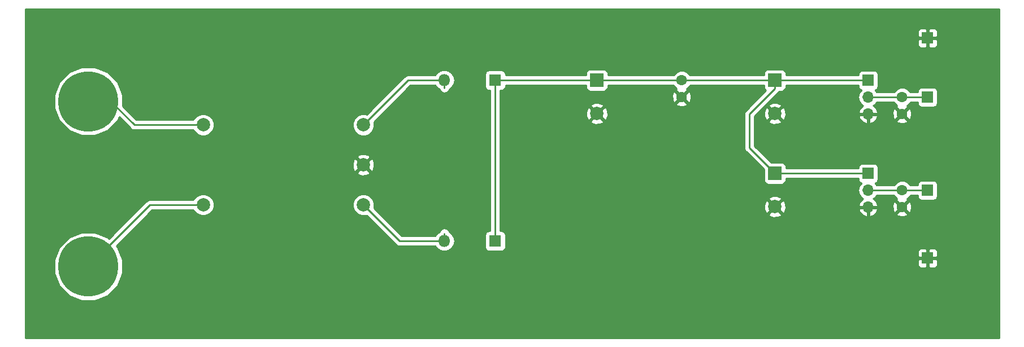
<source format=gbr>
G04 #@! TF.GenerationSoftware,KiCad,Pcbnew,(5.0.1-3-g963ef8bb5)*
G04 #@! TF.CreationDate,2018-11-01T00:44:27+09:00*
G04 #@! TF.ProjectId,firstTraining,6669727374547261696E696E672E6B69,rev?*
G04 #@! TF.SameCoordinates,Original*
G04 #@! TF.FileFunction,Copper,L1,Top,Signal*
G04 #@! TF.FilePolarity,Positive*
%FSLAX46Y46*%
G04 Gerber Fmt 4.6, Leading zero omitted, Abs format (unit mm)*
G04 Created by KiCad (PCBNEW (5.0.1-3-g963ef8bb5)) date 2018年11月01日 木曜日 00:44:27*
%MOMM*%
%LPD*%
G01*
G04 APERTURE LIST*
G04 #@! TA.AperFunction,ComponentPad*
%ADD10R,2.000000X2.000000*%
G04 #@! TD*
G04 #@! TA.AperFunction,ComponentPad*
%ADD11C,2.000000*%
G04 #@! TD*
G04 #@! TA.AperFunction,ComponentPad*
%ADD12C,1.600000*%
G04 #@! TD*
G04 #@! TA.AperFunction,ComponentPad*
%ADD13R,1.800000X1.800000*%
G04 #@! TD*
G04 #@! TA.AperFunction,ComponentPad*
%ADD14O,1.800000X1.800000*%
G04 #@! TD*
G04 #@! TA.AperFunction,ComponentPad*
%ADD15O,1.700000X1.700000*%
G04 #@! TD*
G04 #@! TA.AperFunction,ComponentPad*
%ADD16R,1.700000X1.700000*%
G04 #@! TD*
G04 #@! TA.AperFunction,ComponentPad*
%ADD17C,9.000000*%
G04 #@! TD*
G04 #@! TA.AperFunction,ComponentPad*
%ADD18C,0.900000*%
G04 #@! TD*
G04 #@! TA.AperFunction,Conductor*
%ADD19C,0.250000*%
G04 #@! TD*
G04 #@! TA.AperFunction,Conductor*
%ADD20C,0.254000*%
G04 #@! TD*
G04 APERTURE END LIST*
D10*
G04 #@! TO.P,C1,1*
G04 #@! TO.N,Net-(C1-Pad1)*
X149860000Y-73660000D03*
D11*
G04 #@! TO.P,C1,2*
G04 #@! TO.N,GND*
X149860000Y-78660000D03*
G04 #@! TD*
D12*
G04 #@! TO.P,C2,1*
G04 #@! TO.N,Net-(C1-Pad1)*
X162560000Y-73660000D03*
G04 #@! TO.P,C2,2*
G04 #@! TO.N,GND*
X162560000Y-76160000D03*
G04 #@! TD*
D11*
G04 #@! TO.P,C3,2*
G04 #@! TO.N,GND*
X176530000Y-78660000D03*
D10*
G04 #@! TO.P,C3,1*
G04 #@! TO.N,Net-(C1-Pad1)*
X176530000Y-73660000D03*
G04 #@! TD*
G04 #@! TO.P,C4,1*
G04 #@! TO.N,Net-(C1-Pad1)*
X176530000Y-87630000D03*
D11*
G04 #@! TO.P,C4,2*
G04 #@! TO.N,GND*
X176530000Y-92630000D03*
G04 #@! TD*
D12*
G04 #@! TO.P,C5,2*
G04 #@! TO.N,GND*
X195580000Y-78700000D03*
G04 #@! TO.P,C5,1*
G04 #@! TO.N,Net-(C5-Pad1)*
X195580000Y-76200000D03*
G04 #@! TD*
G04 #@! TO.P,C6,1*
G04 #@! TO.N,Net-(C6-Pad1)*
X195580000Y-90170000D03*
G04 #@! TO.P,C6,2*
G04 #@! TO.N,GND*
X195580000Y-92670000D03*
G04 #@! TD*
D13*
G04 #@! TO.P,D1,1*
G04 #@! TO.N,Net-(C1-Pad1)*
X134620000Y-73660000D03*
D14*
G04 #@! TO.P,D1,2*
G04 #@! TO.N,Net-(D1-Pad2)*
X127000000Y-73660000D03*
G04 #@! TD*
G04 #@! TO.P,D2,2*
G04 #@! TO.N,Net-(D2-Pad2)*
X127000000Y-97790000D03*
D13*
G04 #@! TO.P,D2,1*
G04 #@! TO.N,Net-(C1-Pad1)*
X134620000Y-97790000D03*
G04 #@! TD*
D11*
G04 #@! TO.P,T1,5*
G04 #@! TO.N,Net-(D2-Pad2)*
X114870000Y-92360000D03*
G04 #@! TO.P,T1,4*
G04 #@! TO.N,GND*
X114870000Y-86360000D03*
G04 #@! TO.P,T1,3*
G04 #@! TO.N,Net-(D1-Pad2)*
X114870000Y-80360000D03*
G04 #@! TO.P,T1,2*
G04 #@! TO.N,Net-(H2-Pad1)*
X90870000Y-80360000D03*
G04 #@! TO.P,T1,1*
G04 #@! TO.N,AC*
X90870000Y-92360000D03*
G04 #@! TD*
D15*
G04 #@! TO.P,U1,3*
G04 #@! TO.N,GND*
X190500000Y-78740000D03*
G04 #@! TO.P,U1,2*
G04 #@! TO.N,Net-(C5-Pad1)*
X190500000Y-76200000D03*
D16*
G04 #@! TO.P,U1,1*
G04 #@! TO.N,Net-(C1-Pad1)*
X190500000Y-73660000D03*
G04 #@! TD*
G04 #@! TO.P,U2,1*
G04 #@! TO.N,Net-(C1-Pad1)*
X190500000Y-87630000D03*
D15*
G04 #@! TO.P,U2,2*
G04 #@! TO.N,Net-(C6-Pad1)*
X190500000Y-90170000D03*
G04 #@! TO.P,U2,3*
G04 #@! TO.N,GND*
X190500000Y-92710000D03*
G04 #@! TD*
D17*
G04 #@! TO.P,H1,1*
G04 #@! TO.N,AC*
X73660000Y-101600000D03*
D18*
X77035000Y-101600000D03*
X76046485Y-103986485D03*
X73660000Y-104975000D03*
X71273515Y-103986485D03*
X70285000Y-101600000D03*
X71273515Y-99213515D03*
X73660000Y-98225000D03*
X76046485Y-99213515D03*
G04 #@! TD*
G04 #@! TO.P,H2,1*
G04 #@! TO.N,Net-(H2-Pad1)*
X76046485Y-74458516D03*
X73660000Y-73470001D03*
X71273515Y-74458516D03*
X70285000Y-76845001D03*
X71273515Y-79231486D03*
X73660000Y-80220001D03*
X76046485Y-79231486D03*
X77035000Y-76845001D03*
D17*
X73660000Y-76845001D03*
G04 #@! TD*
D16*
G04 #@! TO.P,H3,1*
G04 #@! TO.N,Net-(C5-Pad1)*
X199390000Y-76200000D03*
G04 #@! TD*
G04 #@! TO.P,H4,1*
G04 #@! TO.N,Net-(C6-Pad1)*
X199390000Y-90170000D03*
G04 #@! TD*
G04 #@! TO.P,H5,1*
G04 #@! TO.N,GND*
X199390000Y-67310000D03*
G04 #@! TD*
G04 #@! TO.P,H6,1*
G04 #@! TO.N,GND*
X199390000Y-100330000D03*
G04 #@! TD*
D19*
G04 #@! TO.N,Net-(C1-Pad1)*
X134620000Y-73660000D02*
X149860000Y-73660000D01*
X149860000Y-73660000D02*
X162560000Y-73660000D01*
X162560000Y-73660000D02*
X176530000Y-73660000D01*
X176530000Y-73660000D02*
X190500000Y-73660000D01*
X172720000Y-83820000D02*
X176530000Y-87630000D01*
X172720000Y-78720000D02*
X172720000Y-83820000D01*
X176530000Y-74910000D02*
X172720000Y-78720000D01*
X176530000Y-73660000D02*
X176530000Y-74910000D01*
X190500000Y-87630000D02*
X176530000Y-87630000D01*
D20*
X134620000Y-73660000D02*
X134620000Y-97790000D01*
D19*
G04 #@! TO.N,GND*
X180340000Y-88900000D02*
X180260000Y-88900000D01*
G04 #@! TO.N,Net-(C5-Pad1)*
X195580000Y-76200000D02*
X190500000Y-76200000D01*
D20*
X199390000Y-76200000D02*
X195580000Y-76200000D01*
D19*
G04 #@! TO.N,Net-(C6-Pad1)*
X190500000Y-90170000D02*
X195580000Y-90170000D01*
D20*
X199390000Y-90170000D02*
X195580000Y-90170000D01*
D19*
G04 #@! TO.N,Net-(D1-Pad2)*
X127000000Y-74810000D02*
X127000000Y-73660000D01*
G04 #@! TO.N,Net-(D2-Pad2)*
X127000000Y-96640000D02*
X127000000Y-97790000D01*
D20*
G04 #@! TO.N,AC*
X82900000Y-92360000D02*
X76046485Y-99213515D01*
X90870000Y-92360000D02*
X82900000Y-92360000D01*
G04 #@! TO.N,Net-(H2-Pad1)*
X77484999Y-77295000D02*
X77035000Y-76845001D01*
X80549999Y-80360000D02*
X77484999Y-77295000D01*
X90870000Y-80360000D02*
X80549999Y-80360000D01*
G04 #@! TO.N,Net-(D1-Pad2)*
X121570000Y-73660000D02*
X127000000Y-73660000D01*
X114870000Y-80360000D02*
X121570000Y-73660000D01*
G04 #@! TO.N,Net-(D2-Pad2)*
X114870000Y-92360000D02*
X120300000Y-97790000D01*
X120300000Y-97790000D02*
X127000000Y-97790000D01*
G04 #@! TD*
G04 #@! TO.N,GND*
G36*
X210110000Y-112320000D02*
X64210000Y-112320000D01*
X64210000Y-100578585D01*
X68525000Y-100578585D01*
X68525000Y-102621415D01*
X69306757Y-104508744D01*
X70751256Y-105953243D01*
X72638585Y-106735000D01*
X74681415Y-106735000D01*
X76568744Y-105953243D01*
X78013243Y-104508744D01*
X78795000Y-102621415D01*
X78795000Y-100615750D01*
X197905000Y-100615750D01*
X197905000Y-101306310D01*
X198001673Y-101539699D01*
X198180302Y-101718327D01*
X198413691Y-101815000D01*
X199104250Y-101815000D01*
X199263000Y-101656250D01*
X199263000Y-100457000D01*
X199517000Y-100457000D01*
X199517000Y-101656250D01*
X199675750Y-101815000D01*
X200366309Y-101815000D01*
X200599698Y-101718327D01*
X200778327Y-101539699D01*
X200875000Y-101306310D01*
X200875000Y-100615750D01*
X200716250Y-100457000D01*
X199517000Y-100457000D01*
X199263000Y-100457000D01*
X198063750Y-100457000D01*
X197905000Y-100615750D01*
X78795000Y-100615750D01*
X78795000Y-100578585D01*
X78287633Y-99353690D01*
X197905000Y-99353690D01*
X197905000Y-100044250D01*
X198063750Y-100203000D01*
X199263000Y-100203000D01*
X199263000Y-99003750D01*
X199517000Y-99003750D01*
X199517000Y-100203000D01*
X200716250Y-100203000D01*
X200875000Y-100044250D01*
X200875000Y-99353690D01*
X200778327Y-99120301D01*
X200599698Y-98941673D01*
X200366309Y-98845000D01*
X199675750Y-98845000D01*
X199517000Y-99003750D01*
X199263000Y-99003750D01*
X199104250Y-98845000D01*
X198413691Y-98845000D01*
X198180302Y-98941673D01*
X198001673Y-99120301D01*
X197905000Y-99353690D01*
X78287633Y-99353690D01*
X78013243Y-98691256D01*
X77829809Y-98507822D01*
X83215631Y-93122000D01*
X89415920Y-93122000D01*
X89483914Y-93286153D01*
X89943847Y-93746086D01*
X90544778Y-93995000D01*
X91195222Y-93995000D01*
X91796153Y-93746086D01*
X92256086Y-93286153D01*
X92505000Y-92685222D01*
X92505000Y-92034778D01*
X113235000Y-92034778D01*
X113235000Y-92685222D01*
X113483914Y-93286153D01*
X113943847Y-93746086D01*
X114544778Y-93995000D01*
X115195222Y-93995000D01*
X115359375Y-93927005D01*
X119708118Y-98275749D01*
X119750629Y-98339371D01*
X120002683Y-98507788D01*
X120224952Y-98552000D01*
X120224953Y-98552000D01*
X120300000Y-98566928D01*
X120375047Y-98552000D01*
X125663024Y-98552000D01*
X125893327Y-98896673D01*
X126401073Y-99235938D01*
X126848818Y-99325000D01*
X127151182Y-99325000D01*
X127598927Y-99235938D01*
X128106673Y-98896673D01*
X128445938Y-98388927D01*
X128565072Y-97790000D01*
X128445938Y-97191073D01*
X128106673Y-96683327D01*
X127733972Y-96434296D01*
X127715904Y-96343463D01*
X127547929Y-96092071D01*
X127296536Y-95924096D01*
X127000000Y-95865111D01*
X126703463Y-95924096D01*
X126452071Y-96092071D01*
X126284096Y-96343464D01*
X126266028Y-96434296D01*
X125893327Y-96683327D01*
X125663024Y-97028000D01*
X120615631Y-97028000D01*
X116437005Y-92849375D01*
X116505000Y-92685222D01*
X116505000Y-92034778D01*
X116256086Y-91433847D01*
X115796153Y-90973914D01*
X115195222Y-90725000D01*
X114544778Y-90725000D01*
X113943847Y-90973914D01*
X113483914Y-91433847D01*
X113235000Y-92034778D01*
X92505000Y-92034778D01*
X92256086Y-91433847D01*
X91796153Y-90973914D01*
X91195222Y-90725000D01*
X90544778Y-90725000D01*
X89943847Y-90973914D01*
X89483914Y-91433847D01*
X89415920Y-91598000D01*
X82975047Y-91598000D01*
X82900000Y-91583072D01*
X82824953Y-91598000D01*
X82824952Y-91598000D01*
X82602683Y-91642212D01*
X82350629Y-91810629D01*
X82308118Y-91874251D01*
X76752178Y-97430191D01*
X76568744Y-97246757D01*
X74681415Y-96465000D01*
X72638585Y-96465000D01*
X70751256Y-97246757D01*
X69306757Y-98691256D01*
X68525000Y-100578585D01*
X64210000Y-100578585D01*
X64210000Y-87512532D01*
X113897073Y-87512532D01*
X113995736Y-87779387D01*
X114605461Y-88005908D01*
X115255460Y-87981856D01*
X115744264Y-87779387D01*
X115842927Y-87512532D01*
X114870000Y-86539605D01*
X113897073Y-87512532D01*
X64210000Y-87512532D01*
X64210000Y-86095461D01*
X113224092Y-86095461D01*
X113248144Y-86745460D01*
X113450613Y-87234264D01*
X113717468Y-87332927D01*
X114690395Y-86360000D01*
X115049605Y-86360000D01*
X116022532Y-87332927D01*
X116289387Y-87234264D01*
X116515908Y-86624539D01*
X116491856Y-85974540D01*
X116289387Y-85485736D01*
X116022532Y-85387073D01*
X115049605Y-86360000D01*
X114690395Y-86360000D01*
X113717468Y-85387073D01*
X113450613Y-85485736D01*
X113224092Y-86095461D01*
X64210000Y-86095461D01*
X64210000Y-85207468D01*
X113897073Y-85207468D01*
X114870000Y-86180395D01*
X115842927Y-85207468D01*
X115744264Y-84940613D01*
X115134539Y-84714092D01*
X114484540Y-84738144D01*
X113995736Y-84940613D01*
X113897073Y-85207468D01*
X64210000Y-85207468D01*
X64210000Y-75823586D01*
X68525000Y-75823586D01*
X68525000Y-77866416D01*
X69306757Y-79753745D01*
X70751256Y-81198244D01*
X72638585Y-81980001D01*
X74681415Y-81980001D01*
X76568744Y-81198244D01*
X78013243Y-79753745D01*
X78263043Y-79150674D01*
X79958117Y-80845749D01*
X80000628Y-80909371D01*
X80252682Y-81077788D01*
X80474951Y-81122000D01*
X80474952Y-81122000D01*
X80549999Y-81136928D01*
X80625046Y-81122000D01*
X89415920Y-81122000D01*
X89483914Y-81286153D01*
X89943847Y-81746086D01*
X90544778Y-81995000D01*
X91195222Y-81995000D01*
X91796153Y-81746086D01*
X92256086Y-81286153D01*
X92505000Y-80685222D01*
X92505000Y-80034778D01*
X113235000Y-80034778D01*
X113235000Y-80685222D01*
X113483914Y-81286153D01*
X113943847Y-81746086D01*
X114544778Y-81995000D01*
X115195222Y-81995000D01*
X115796153Y-81746086D01*
X116256086Y-81286153D01*
X116505000Y-80685222D01*
X116505000Y-80034778D01*
X116437005Y-79870625D01*
X121885631Y-74422000D01*
X125663024Y-74422000D01*
X125893327Y-74766673D01*
X126266028Y-75015704D01*
X126284096Y-75106536D01*
X126452071Y-75357929D01*
X126703463Y-75525904D01*
X127000000Y-75584889D01*
X127296536Y-75525904D01*
X127547929Y-75357929D01*
X127715904Y-75106537D01*
X127733972Y-75015704D01*
X128106673Y-74766673D01*
X128445938Y-74258927D01*
X128565072Y-73660000D01*
X128445938Y-73061073D01*
X128244768Y-72760000D01*
X133072560Y-72760000D01*
X133072560Y-74560000D01*
X133121843Y-74807765D01*
X133262191Y-75017809D01*
X133472235Y-75158157D01*
X133720000Y-75207440D01*
X133858000Y-75207440D01*
X133858001Y-96242560D01*
X133720000Y-96242560D01*
X133472235Y-96291843D01*
X133262191Y-96432191D01*
X133121843Y-96642235D01*
X133072560Y-96890000D01*
X133072560Y-98690000D01*
X133121843Y-98937765D01*
X133262191Y-99147809D01*
X133472235Y-99288157D01*
X133720000Y-99337440D01*
X135520000Y-99337440D01*
X135767765Y-99288157D01*
X135977809Y-99147809D01*
X136118157Y-98937765D01*
X136167440Y-98690000D01*
X136167440Y-96890000D01*
X136118157Y-96642235D01*
X135977809Y-96432191D01*
X135767765Y-96291843D01*
X135520000Y-96242560D01*
X135382000Y-96242560D01*
X135382000Y-93782532D01*
X175557073Y-93782532D01*
X175655736Y-94049387D01*
X176265461Y-94275908D01*
X176915460Y-94251856D01*
X177404264Y-94049387D01*
X177502927Y-93782532D01*
X176530000Y-92809605D01*
X175557073Y-93782532D01*
X135382000Y-93782532D01*
X135382000Y-92365461D01*
X174884092Y-92365461D01*
X174908144Y-93015460D01*
X175110613Y-93504264D01*
X175377468Y-93602927D01*
X176350395Y-92630000D01*
X176709605Y-92630000D01*
X177682532Y-93602927D01*
X177949387Y-93504264D01*
X178111877Y-93066890D01*
X189058524Y-93066890D01*
X189228355Y-93476924D01*
X189618642Y-93905183D01*
X190143108Y-94151486D01*
X190373000Y-94030819D01*
X190373000Y-92837000D01*
X190627000Y-92837000D01*
X190627000Y-94030819D01*
X190856892Y-94151486D01*
X191381358Y-93905183D01*
X191588629Y-93677745D01*
X194751861Y-93677745D01*
X194825995Y-93923864D01*
X195363223Y-94116965D01*
X195933454Y-94089778D01*
X196334005Y-93923864D01*
X196408139Y-93677745D01*
X195580000Y-92849605D01*
X194751861Y-93677745D01*
X191588629Y-93677745D01*
X191771645Y-93476924D01*
X191941476Y-93066890D01*
X191820155Y-92837000D01*
X190627000Y-92837000D01*
X190373000Y-92837000D01*
X189179845Y-92837000D01*
X189058524Y-93066890D01*
X178111877Y-93066890D01*
X178175908Y-92894539D01*
X178151856Y-92244540D01*
X177949387Y-91755736D01*
X177682532Y-91657073D01*
X176709605Y-92630000D01*
X176350395Y-92630000D01*
X175377468Y-91657073D01*
X175110613Y-91755736D01*
X174884092Y-92365461D01*
X135382000Y-92365461D01*
X135382000Y-91477468D01*
X175557073Y-91477468D01*
X176530000Y-92450395D01*
X177502927Y-91477468D01*
X177404264Y-91210613D01*
X176794539Y-90984092D01*
X176144540Y-91008144D01*
X175655736Y-91210613D01*
X175557073Y-91477468D01*
X135382000Y-91477468D01*
X135382000Y-79812532D01*
X148887073Y-79812532D01*
X148985736Y-80079387D01*
X149595461Y-80305908D01*
X150245460Y-80281856D01*
X150734264Y-80079387D01*
X150832927Y-79812532D01*
X149860000Y-78839605D01*
X148887073Y-79812532D01*
X135382000Y-79812532D01*
X135382000Y-78395461D01*
X148214092Y-78395461D01*
X148238144Y-79045460D01*
X148440613Y-79534264D01*
X148707468Y-79632927D01*
X149680395Y-78660000D01*
X150039605Y-78660000D01*
X151012532Y-79632927D01*
X151279387Y-79534264D01*
X151505908Y-78924539D01*
X151481856Y-78274540D01*
X151279387Y-77785736D01*
X151012532Y-77687073D01*
X150039605Y-78660000D01*
X149680395Y-78660000D01*
X148707468Y-77687073D01*
X148440613Y-77785736D01*
X148214092Y-78395461D01*
X135382000Y-78395461D01*
X135382000Y-77507468D01*
X148887073Y-77507468D01*
X149860000Y-78480395D01*
X150832927Y-77507468D01*
X150734264Y-77240613D01*
X150538126Y-77167745D01*
X161731861Y-77167745D01*
X161805995Y-77413864D01*
X162343223Y-77606965D01*
X162913454Y-77579778D01*
X163314005Y-77413864D01*
X163388139Y-77167745D01*
X162560000Y-76339605D01*
X161731861Y-77167745D01*
X150538126Y-77167745D01*
X150124539Y-77014092D01*
X149474540Y-77038144D01*
X148985736Y-77240613D01*
X148887073Y-77507468D01*
X135382000Y-77507468D01*
X135382000Y-75943223D01*
X161113035Y-75943223D01*
X161140222Y-76513454D01*
X161306136Y-76914005D01*
X161552255Y-76988139D01*
X162380395Y-76160000D01*
X162739605Y-76160000D01*
X163567745Y-76988139D01*
X163813864Y-76914005D01*
X164006965Y-76376777D01*
X163979778Y-75806546D01*
X163813864Y-75405995D01*
X163567745Y-75331861D01*
X162739605Y-76160000D01*
X162380395Y-76160000D01*
X161552255Y-75331861D01*
X161306136Y-75405995D01*
X161113035Y-75943223D01*
X135382000Y-75943223D01*
X135382000Y-75207440D01*
X135520000Y-75207440D01*
X135767765Y-75158157D01*
X135977809Y-75017809D01*
X136118157Y-74807765D01*
X136167440Y-74560000D01*
X136167440Y-74420000D01*
X148212560Y-74420000D01*
X148212560Y-74660000D01*
X148261843Y-74907765D01*
X148402191Y-75117809D01*
X148612235Y-75258157D01*
X148860000Y-75307440D01*
X150860000Y-75307440D01*
X151107765Y-75258157D01*
X151317809Y-75117809D01*
X151458157Y-74907765D01*
X151507440Y-74660000D01*
X151507440Y-74420000D01*
X161321570Y-74420000D01*
X161343466Y-74472862D01*
X161747138Y-74876534D01*
X161812299Y-74903525D01*
X161805995Y-74906136D01*
X161731861Y-75152255D01*
X162560000Y-75980395D01*
X163388139Y-75152255D01*
X163314005Y-74906136D01*
X163307254Y-74903710D01*
X163372862Y-74876534D01*
X163776534Y-74472862D01*
X163798430Y-74420000D01*
X174882560Y-74420000D01*
X174882560Y-74660000D01*
X174931843Y-74907765D01*
X175072191Y-75117809D01*
X175177214Y-75187984D01*
X172235530Y-78129669D01*
X172172071Y-78172071D01*
X172004096Y-78423464D01*
X171960000Y-78645149D01*
X171960000Y-78645153D01*
X171945112Y-78720000D01*
X171960000Y-78794847D01*
X171960001Y-83745148D01*
X171945112Y-83820000D01*
X171960001Y-83894852D01*
X172004097Y-84116537D01*
X172172072Y-84367929D01*
X172235528Y-84410329D01*
X174882560Y-87057362D01*
X174882560Y-88630000D01*
X174931843Y-88877765D01*
X175072191Y-89087809D01*
X175282235Y-89228157D01*
X175530000Y-89277440D01*
X177530000Y-89277440D01*
X177777765Y-89228157D01*
X177987809Y-89087809D01*
X178128157Y-88877765D01*
X178177440Y-88630000D01*
X178177440Y-88390000D01*
X189002560Y-88390000D01*
X189002560Y-88480000D01*
X189051843Y-88727765D01*
X189192191Y-88937809D01*
X189402235Y-89078157D01*
X189447619Y-89087184D01*
X189429375Y-89099375D01*
X189101161Y-89590582D01*
X188985908Y-90170000D01*
X189101161Y-90749418D01*
X189429375Y-91240625D01*
X189748478Y-91453843D01*
X189618642Y-91514817D01*
X189228355Y-91943076D01*
X189058524Y-92353110D01*
X189179845Y-92583000D01*
X190373000Y-92583000D01*
X190373000Y-92563000D01*
X190627000Y-92563000D01*
X190627000Y-92583000D01*
X191820155Y-92583000D01*
X191888642Y-92453223D01*
X194133035Y-92453223D01*
X194160222Y-93023454D01*
X194326136Y-93424005D01*
X194572255Y-93498139D01*
X195400395Y-92670000D01*
X195759605Y-92670000D01*
X196587745Y-93498139D01*
X196833864Y-93424005D01*
X197026965Y-92886777D01*
X196999778Y-92316546D01*
X196833864Y-91915995D01*
X196587745Y-91841861D01*
X195759605Y-92670000D01*
X195400395Y-92670000D01*
X194572255Y-91841861D01*
X194326136Y-91915995D01*
X194133035Y-92453223D01*
X191888642Y-92453223D01*
X191941476Y-92353110D01*
X191771645Y-91943076D01*
X191381358Y-91514817D01*
X191251522Y-91453843D01*
X191570625Y-91240625D01*
X191778178Y-90930000D01*
X194341570Y-90930000D01*
X194363466Y-90982862D01*
X194767138Y-91386534D01*
X194832299Y-91413525D01*
X194825995Y-91416136D01*
X194751861Y-91662255D01*
X195580000Y-92490395D01*
X196408139Y-91662255D01*
X196334005Y-91416136D01*
X196327254Y-91413710D01*
X196392862Y-91386534D01*
X196796534Y-90982862D01*
X196817602Y-90932000D01*
X197892560Y-90932000D01*
X197892560Y-91020000D01*
X197941843Y-91267765D01*
X198082191Y-91477809D01*
X198292235Y-91618157D01*
X198540000Y-91667440D01*
X200240000Y-91667440D01*
X200487765Y-91618157D01*
X200697809Y-91477809D01*
X200838157Y-91267765D01*
X200887440Y-91020000D01*
X200887440Y-89320000D01*
X200838157Y-89072235D01*
X200697809Y-88862191D01*
X200487765Y-88721843D01*
X200240000Y-88672560D01*
X198540000Y-88672560D01*
X198292235Y-88721843D01*
X198082191Y-88862191D01*
X197941843Y-89072235D01*
X197892560Y-89320000D01*
X197892560Y-89408000D01*
X196817602Y-89408000D01*
X196796534Y-89357138D01*
X196392862Y-88953466D01*
X195865439Y-88735000D01*
X195294561Y-88735000D01*
X194767138Y-88953466D01*
X194363466Y-89357138D01*
X194341570Y-89410000D01*
X191778178Y-89410000D01*
X191570625Y-89099375D01*
X191552381Y-89087184D01*
X191597765Y-89078157D01*
X191807809Y-88937809D01*
X191948157Y-88727765D01*
X191997440Y-88480000D01*
X191997440Y-86780000D01*
X191948157Y-86532235D01*
X191807809Y-86322191D01*
X191597765Y-86181843D01*
X191350000Y-86132560D01*
X189650000Y-86132560D01*
X189402235Y-86181843D01*
X189192191Y-86322191D01*
X189051843Y-86532235D01*
X189002560Y-86780000D01*
X189002560Y-86870000D01*
X178177440Y-86870000D01*
X178177440Y-86630000D01*
X178128157Y-86382235D01*
X177987809Y-86172191D01*
X177777765Y-86031843D01*
X177530000Y-85982560D01*
X175957362Y-85982560D01*
X173480000Y-83505199D01*
X173480000Y-79812532D01*
X175557073Y-79812532D01*
X175655736Y-80079387D01*
X176265461Y-80305908D01*
X176915460Y-80281856D01*
X177404264Y-80079387D01*
X177502927Y-79812532D01*
X176530000Y-78839605D01*
X175557073Y-79812532D01*
X173480000Y-79812532D01*
X173480000Y-79034801D01*
X174119340Y-78395461D01*
X174884092Y-78395461D01*
X174908144Y-79045460D01*
X175110613Y-79534264D01*
X175377468Y-79632927D01*
X176350395Y-78660000D01*
X176709605Y-78660000D01*
X177682532Y-79632927D01*
X177949387Y-79534264D01*
X178111877Y-79096890D01*
X189058524Y-79096890D01*
X189228355Y-79506924D01*
X189618642Y-79935183D01*
X190143108Y-80181486D01*
X190373000Y-80060819D01*
X190373000Y-78867000D01*
X190627000Y-78867000D01*
X190627000Y-80060819D01*
X190856892Y-80181486D01*
X191381358Y-79935183D01*
X191588629Y-79707745D01*
X194751861Y-79707745D01*
X194825995Y-79953864D01*
X195363223Y-80146965D01*
X195933454Y-80119778D01*
X196334005Y-79953864D01*
X196408139Y-79707745D01*
X195580000Y-78879605D01*
X194751861Y-79707745D01*
X191588629Y-79707745D01*
X191771645Y-79506924D01*
X191941476Y-79096890D01*
X191820155Y-78867000D01*
X190627000Y-78867000D01*
X190373000Y-78867000D01*
X189179845Y-78867000D01*
X189058524Y-79096890D01*
X178111877Y-79096890D01*
X178175908Y-78924539D01*
X178151856Y-78274540D01*
X177949387Y-77785736D01*
X177682532Y-77687073D01*
X176709605Y-78660000D01*
X176350395Y-78660000D01*
X175377468Y-77687073D01*
X175110613Y-77785736D01*
X174884092Y-78395461D01*
X174119340Y-78395461D01*
X175007333Y-77507468D01*
X175557073Y-77507468D01*
X176530000Y-78480395D01*
X177502927Y-77507468D01*
X177404264Y-77240613D01*
X176794539Y-77014092D01*
X176144540Y-77038144D01*
X175655736Y-77240613D01*
X175557073Y-77507468D01*
X175007333Y-77507468D01*
X177014473Y-75500329D01*
X177077929Y-75457929D01*
X177178483Y-75307440D01*
X177530000Y-75307440D01*
X177777765Y-75258157D01*
X177987809Y-75117809D01*
X178128157Y-74907765D01*
X178177440Y-74660000D01*
X178177440Y-74420000D01*
X189002560Y-74420000D01*
X189002560Y-74510000D01*
X189051843Y-74757765D01*
X189192191Y-74967809D01*
X189402235Y-75108157D01*
X189447619Y-75117184D01*
X189429375Y-75129375D01*
X189101161Y-75620582D01*
X188985908Y-76200000D01*
X189101161Y-76779418D01*
X189429375Y-77270625D01*
X189748478Y-77483843D01*
X189618642Y-77544817D01*
X189228355Y-77973076D01*
X189058524Y-78383110D01*
X189179845Y-78613000D01*
X190373000Y-78613000D01*
X190373000Y-78593000D01*
X190627000Y-78593000D01*
X190627000Y-78613000D01*
X191820155Y-78613000D01*
X191888642Y-78483223D01*
X194133035Y-78483223D01*
X194160222Y-79053454D01*
X194326136Y-79454005D01*
X194572255Y-79528139D01*
X195400395Y-78700000D01*
X195759605Y-78700000D01*
X196587745Y-79528139D01*
X196833864Y-79454005D01*
X197026965Y-78916777D01*
X196999778Y-78346546D01*
X196833864Y-77945995D01*
X196587745Y-77871861D01*
X195759605Y-78700000D01*
X195400395Y-78700000D01*
X194572255Y-77871861D01*
X194326136Y-77945995D01*
X194133035Y-78483223D01*
X191888642Y-78483223D01*
X191941476Y-78383110D01*
X191771645Y-77973076D01*
X191381358Y-77544817D01*
X191251522Y-77483843D01*
X191570625Y-77270625D01*
X191778178Y-76960000D01*
X194341570Y-76960000D01*
X194363466Y-77012862D01*
X194767138Y-77416534D01*
X194832299Y-77443525D01*
X194825995Y-77446136D01*
X194751861Y-77692255D01*
X195580000Y-78520395D01*
X196408139Y-77692255D01*
X196334005Y-77446136D01*
X196327254Y-77443710D01*
X196392862Y-77416534D01*
X196796534Y-77012862D01*
X196817602Y-76962000D01*
X197892560Y-76962000D01*
X197892560Y-77050000D01*
X197941843Y-77297765D01*
X198082191Y-77507809D01*
X198292235Y-77648157D01*
X198540000Y-77697440D01*
X200240000Y-77697440D01*
X200487765Y-77648157D01*
X200697809Y-77507809D01*
X200838157Y-77297765D01*
X200887440Y-77050000D01*
X200887440Y-75350000D01*
X200838157Y-75102235D01*
X200697809Y-74892191D01*
X200487765Y-74751843D01*
X200240000Y-74702560D01*
X198540000Y-74702560D01*
X198292235Y-74751843D01*
X198082191Y-74892191D01*
X197941843Y-75102235D01*
X197892560Y-75350000D01*
X197892560Y-75438000D01*
X196817602Y-75438000D01*
X196796534Y-75387138D01*
X196392862Y-74983466D01*
X195865439Y-74765000D01*
X195294561Y-74765000D01*
X194767138Y-74983466D01*
X194363466Y-75387138D01*
X194341570Y-75440000D01*
X191778178Y-75440000D01*
X191570625Y-75129375D01*
X191552381Y-75117184D01*
X191597765Y-75108157D01*
X191807809Y-74967809D01*
X191948157Y-74757765D01*
X191997440Y-74510000D01*
X191997440Y-72810000D01*
X191948157Y-72562235D01*
X191807809Y-72352191D01*
X191597765Y-72211843D01*
X191350000Y-72162560D01*
X189650000Y-72162560D01*
X189402235Y-72211843D01*
X189192191Y-72352191D01*
X189051843Y-72562235D01*
X189002560Y-72810000D01*
X189002560Y-72900000D01*
X178177440Y-72900000D01*
X178177440Y-72660000D01*
X178128157Y-72412235D01*
X177987809Y-72202191D01*
X177777765Y-72061843D01*
X177530000Y-72012560D01*
X175530000Y-72012560D01*
X175282235Y-72061843D01*
X175072191Y-72202191D01*
X174931843Y-72412235D01*
X174882560Y-72660000D01*
X174882560Y-72900000D01*
X163798430Y-72900000D01*
X163776534Y-72847138D01*
X163372862Y-72443466D01*
X162845439Y-72225000D01*
X162274561Y-72225000D01*
X161747138Y-72443466D01*
X161343466Y-72847138D01*
X161321570Y-72900000D01*
X151507440Y-72900000D01*
X151507440Y-72660000D01*
X151458157Y-72412235D01*
X151317809Y-72202191D01*
X151107765Y-72061843D01*
X150860000Y-72012560D01*
X148860000Y-72012560D01*
X148612235Y-72061843D01*
X148402191Y-72202191D01*
X148261843Y-72412235D01*
X148212560Y-72660000D01*
X148212560Y-72900000D01*
X136167440Y-72900000D01*
X136167440Y-72760000D01*
X136118157Y-72512235D01*
X135977809Y-72302191D01*
X135767765Y-72161843D01*
X135520000Y-72112560D01*
X133720000Y-72112560D01*
X133472235Y-72161843D01*
X133262191Y-72302191D01*
X133121843Y-72512235D01*
X133072560Y-72760000D01*
X128244768Y-72760000D01*
X128106673Y-72553327D01*
X127598927Y-72214062D01*
X127151182Y-72125000D01*
X126848818Y-72125000D01*
X126401073Y-72214062D01*
X125893327Y-72553327D01*
X125663024Y-72898000D01*
X121645047Y-72898000D01*
X121570000Y-72883072D01*
X121494953Y-72898000D01*
X121494952Y-72898000D01*
X121272683Y-72942212D01*
X121020629Y-73110629D01*
X120978118Y-73174251D01*
X115359375Y-78792995D01*
X115195222Y-78725000D01*
X114544778Y-78725000D01*
X113943847Y-78973914D01*
X113483914Y-79433847D01*
X113235000Y-80034778D01*
X92505000Y-80034778D01*
X92256086Y-79433847D01*
X91796153Y-78973914D01*
X91195222Y-78725000D01*
X90544778Y-78725000D01*
X89943847Y-78973914D01*
X89483914Y-79433847D01*
X89415920Y-79598000D01*
X80865630Y-79598000D01*
X78795000Y-77527371D01*
X78795000Y-75823586D01*
X78013243Y-73936257D01*
X76568744Y-72491758D01*
X74681415Y-71710001D01*
X72638585Y-71710001D01*
X70751256Y-72491758D01*
X69306757Y-73936257D01*
X68525000Y-75823586D01*
X64210000Y-75823586D01*
X64210000Y-67595750D01*
X197905000Y-67595750D01*
X197905000Y-68286310D01*
X198001673Y-68519699D01*
X198180302Y-68698327D01*
X198413691Y-68795000D01*
X199104250Y-68795000D01*
X199263000Y-68636250D01*
X199263000Y-67437000D01*
X199517000Y-67437000D01*
X199517000Y-68636250D01*
X199675750Y-68795000D01*
X200366309Y-68795000D01*
X200599698Y-68698327D01*
X200778327Y-68519699D01*
X200875000Y-68286310D01*
X200875000Y-67595750D01*
X200716250Y-67437000D01*
X199517000Y-67437000D01*
X199263000Y-67437000D01*
X198063750Y-67437000D01*
X197905000Y-67595750D01*
X64210000Y-67595750D01*
X64210000Y-66333690D01*
X197905000Y-66333690D01*
X197905000Y-67024250D01*
X198063750Y-67183000D01*
X199263000Y-67183000D01*
X199263000Y-65983750D01*
X199517000Y-65983750D01*
X199517000Y-67183000D01*
X200716250Y-67183000D01*
X200875000Y-67024250D01*
X200875000Y-66333690D01*
X200778327Y-66100301D01*
X200599698Y-65921673D01*
X200366309Y-65825000D01*
X199675750Y-65825000D01*
X199517000Y-65983750D01*
X199263000Y-65983750D01*
X199104250Y-65825000D01*
X198413691Y-65825000D01*
X198180302Y-65921673D01*
X198001673Y-66100301D01*
X197905000Y-66333690D01*
X64210000Y-66333690D01*
X64210000Y-62940000D01*
X210110001Y-62940000D01*
X210110000Y-112320000D01*
X210110000Y-112320000D01*
G37*
X210110000Y-112320000D02*
X64210000Y-112320000D01*
X64210000Y-100578585D01*
X68525000Y-100578585D01*
X68525000Y-102621415D01*
X69306757Y-104508744D01*
X70751256Y-105953243D01*
X72638585Y-106735000D01*
X74681415Y-106735000D01*
X76568744Y-105953243D01*
X78013243Y-104508744D01*
X78795000Y-102621415D01*
X78795000Y-100615750D01*
X197905000Y-100615750D01*
X197905000Y-101306310D01*
X198001673Y-101539699D01*
X198180302Y-101718327D01*
X198413691Y-101815000D01*
X199104250Y-101815000D01*
X199263000Y-101656250D01*
X199263000Y-100457000D01*
X199517000Y-100457000D01*
X199517000Y-101656250D01*
X199675750Y-101815000D01*
X200366309Y-101815000D01*
X200599698Y-101718327D01*
X200778327Y-101539699D01*
X200875000Y-101306310D01*
X200875000Y-100615750D01*
X200716250Y-100457000D01*
X199517000Y-100457000D01*
X199263000Y-100457000D01*
X198063750Y-100457000D01*
X197905000Y-100615750D01*
X78795000Y-100615750D01*
X78795000Y-100578585D01*
X78287633Y-99353690D01*
X197905000Y-99353690D01*
X197905000Y-100044250D01*
X198063750Y-100203000D01*
X199263000Y-100203000D01*
X199263000Y-99003750D01*
X199517000Y-99003750D01*
X199517000Y-100203000D01*
X200716250Y-100203000D01*
X200875000Y-100044250D01*
X200875000Y-99353690D01*
X200778327Y-99120301D01*
X200599698Y-98941673D01*
X200366309Y-98845000D01*
X199675750Y-98845000D01*
X199517000Y-99003750D01*
X199263000Y-99003750D01*
X199104250Y-98845000D01*
X198413691Y-98845000D01*
X198180302Y-98941673D01*
X198001673Y-99120301D01*
X197905000Y-99353690D01*
X78287633Y-99353690D01*
X78013243Y-98691256D01*
X77829809Y-98507822D01*
X83215631Y-93122000D01*
X89415920Y-93122000D01*
X89483914Y-93286153D01*
X89943847Y-93746086D01*
X90544778Y-93995000D01*
X91195222Y-93995000D01*
X91796153Y-93746086D01*
X92256086Y-93286153D01*
X92505000Y-92685222D01*
X92505000Y-92034778D01*
X113235000Y-92034778D01*
X113235000Y-92685222D01*
X113483914Y-93286153D01*
X113943847Y-93746086D01*
X114544778Y-93995000D01*
X115195222Y-93995000D01*
X115359375Y-93927005D01*
X119708118Y-98275749D01*
X119750629Y-98339371D01*
X120002683Y-98507788D01*
X120224952Y-98552000D01*
X120224953Y-98552000D01*
X120300000Y-98566928D01*
X120375047Y-98552000D01*
X125663024Y-98552000D01*
X125893327Y-98896673D01*
X126401073Y-99235938D01*
X126848818Y-99325000D01*
X127151182Y-99325000D01*
X127598927Y-99235938D01*
X128106673Y-98896673D01*
X128445938Y-98388927D01*
X128565072Y-97790000D01*
X128445938Y-97191073D01*
X128106673Y-96683327D01*
X127733972Y-96434296D01*
X127715904Y-96343463D01*
X127547929Y-96092071D01*
X127296536Y-95924096D01*
X127000000Y-95865111D01*
X126703463Y-95924096D01*
X126452071Y-96092071D01*
X126284096Y-96343464D01*
X126266028Y-96434296D01*
X125893327Y-96683327D01*
X125663024Y-97028000D01*
X120615631Y-97028000D01*
X116437005Y-92849375D01*
X116505000Y-92685222D01*
X116505000Y-92034778D01*
X116256086Y-91433847D01*
X115796153Y-90973914D01*
X115195222Y-90725000D01*
X114544778Y-90725000D01*
X113943847Y-90973914D01*
X113483914Y-91433847D01*
X113235000Y-92034778D01*
X92505000Y-92034778D01*
X92256086Y-91433847D01*
X91796153Y-90973914D01*
X91195222Y-90725000D01*
X90544778Y-90725000D01*
X89943847Y-90973914D01*
X89483914Y-91433847D01*
X89415920Y-91598000D01*
X82975047Y-91598000D01*
X82900000Y-91583072D01*
X82824953Y-91598000D01*
X82824952Y-91598000D01*
X82602683Y-91642212D01*
X82350629Y-91810629D01*
X82308118Y-91874251D01*
X76752178Y-97430191D01*
X76568744Y-97246757D01*
X74681415Y-96465000D01*
X72638585Y-96465000D01*
X70751256Y-97246757D01*
X69306757Y-98691256D01*
X68525000Y-100578585D01*
X64210000Y-100578585D01*
X64210000Y-87512532D01*
X113897073Y-87512532D01*
X113995736Y-87779387D01*
X114605461Y-88005908D01*
X115255460Y-87981856D01*
X115744264Y-87779387D01*
X115842927Y-87512532D01*
X114870000Y-86539605D01*
X113897073Y-87512532D01*
X64210000Y-87512532D01*
X64210000Y-86095461D01*
X113224092Y-86095461D01*
X113248144Y-86745460D01*
X113450613Y-87234264D01*
X113717468Y-87332927D01*
X114690395Y-86360000D01*
X115049605Y-86360000D01*
X116022532Y-87332927D01*
X116289387Y-87234264D01*
X116515908Y-86624539D01*
X116491856Y-85974540D01*
X116289387Y-85485736D01*
X116022532Y-85387073D01*
X115049605Y-86360000D01*
X114690395Y-86360000D01*
X113717468Y-85387073D01*
X113450613Y-85485736D01*
X113224092Y-86095461D01*
X64210000Y-86095461D01*
X64210000Y-85207468D01*
X113897073Y-85207468D01*
X114870000Y-86180395D01*
X115842927Y-85207468D01*
X115744264Y-84940613D01*
X115134539Y-84714092D01*
X114484540Y-84738144D01*
X113995736Y-84940613D01*
X113897073Y-85207468D01*
X64210000Y-85207468D01*
X64210000Y-75823586D01*
X68525000Y-75823586D01*
X68525000Y-77866416D01*
X69306757Y-79753745D01*
X70751256Y-81198244D01*
X72638585Y-81980001D01*
X74681415Y-81980001D01*
X76568744Y-81198244D01*
X78013243Y-79753745D01*
X78263043Y-79150674D01*
X79958117Y-80845749D01*
X80000628Y-80909371D01*
X80252682Y-81077788D01*
X80474951Y-81122000D01*
X80474952Y-81122000D01*
X80549999Y-81136928D01*
X80625046Y-81122000D01*
X89415920Y-81122000D01*
X89483914Y-81286153D01*
X89943847Y-81746086D01*
X90544778Y-81995000D01*
X91195222Y-81995000D01*
X91796153Y-81746086D01*
X92256086Y-81286153D01*
X92505000Y-80685222D01*
X92505000Y-80034778D01*
X113235000Y-80034778D01*
X113235000Y-80685222D01*
X113483914Y-81286153D01*
X113943847Y-81746086D01*
X114544778Y-81995000D01*
X115195222Y-81995000D01*
X115796153Y-81746086D01*
X116256086Y-81286153D01*
X116505000Y-80685222D01*
X116505000Y-80034778D01*
X116437005Y-79870625D01*
X121885631Y-74422000D01*
X125663024Y-74422000D01*
X125893327Y-74766673D01*
X126266028Y-75015704D01*
X126284096Y-75106536D01*
X126452071Y-75357929D01*
X126703463Y-75525904D01*
X127000000Y-75584889D01*
X127296536Y-75525904D01*
X127547929Y-75357929D01*
X127715904Y-75106537D01*
X127733972Y-75015704D01*
X128106673Y-74766673D01*
X128445938Y-74258927D01*
X128565072Y-73660000D01*
X128445938Y-73061073D01*
X128244768Y-72760000D01*
X133072560Y-72760000D01*
X133072560Y-74560000D01*
X133121843Y-74807765D01*
X133262191Y-75017809D01*
X133472235Y-75158157D01*
X133720000Y-75207440D01*
X133858000Y-75207440D01*
X133858001Y-96242560D01*
X133720000Y-96242560D01*
X133472235Y-96291843D01*
X133262191Y-96432191D01*
X133121843Y-96642235D01*
X133072560Y-96890000D01*
X133072560Y-98690000D01*
X133121843Y-98937765D01*
X133262191Y-99147809D01*
X133472235Y-99288157D01*
X133720000Y-99337440D01*
X135520000Y-99337440D01*
X135767765Y-99288157D01*
X135977809Y-99147809D01*
X136118157Y-98937765D01*
X136167440Y-98690000D01*
X136167440Y-96890000D01*
X136118157Y-96642235D01*
X135977809Y-96432191D01*
X135767765Y-96291843D01*
X135520000Y-96242560D01*
X135382000Y-96242560D01*
X135382000Y-93782532D01*
X175557073Y-93782532D01*
X175655736Y-94049387D01*
X176265461Y-94275908D01*
X176915460Y-94251856D01*
X177404264Y-94049387D01*
X177502927Y-93782532D01*
X176530000Y-92809605D01*
X175557073Y-93782532D01*
X135382000Y-93782532D01*
X135382000Y-92365461D01*
X174884092Y-92365461D01*
X174908144Y-93015460D01*
X175110613Y-93504264D01*
X175377468Y-93602927D01*
X176350395Y-92630000D01*
X176709605Y-92630000D01*
X177682532Y-93602927D01*
X177949387Y-93504264D01*
X178111877Y-93066890D01*
X189058524Y-93066890D01*
X189228355Y-93476924D01*
X189618642Y-93905183D01*
X190143108Y-94151486D01*
X190373000Y-94030819D01*
X190373000Y-92837000D01*
X190627000Y-92837000D01*
X190627000Y-94030819D01*
X190856892Y-94151486D01*
X191381358Y-93905183D01*
X191588629Y-93677745D01*
X194751861Y-93677745D01*
X194825995Y-93923864D01*
X195363223Y-94116965D01*
X195933454Y-94089778D01*
X196334005Y-93923864D01*
X196408139Y-93677745D01*
X195580000Y-92849605D01*
X194751861Y-93677745D01*
X191588629Y-93677745D01*
X191771645Y-93476924D01*
X191941476Y-93066890D01*
X191820155Y-92837000D01*
X190627000Y-92837000D01*
X190373000Y-92837000D01*
X189179845Y-92837000D01*
X189058524Y-93066890D01*
X178111877Y-93066890D01*
X178175908Y-92894539D01*
X178151856Y-92244540D01*
X177949387Y-91755736D01*
X177682532Y-91657073D01*
X176709605Y-92630000D01*
X176350395Y-92630000D01*
X175377468Y-91657073D01*
X175110613Y-91755736D01*
X174884092Y-92365461D01*
X135382000Y-92365461D01*
X135382000Y-91477468D01*
X175557073Y-91477468D01*
X176530000Y-92450395D01*
X177502927Y-91477468D01*
X177404264Y-91210613D01*
X176794539Y-90984092D01*
X176144540Y-91008144D01*
X175655736Y-91210613D01*
X175557073Y-91477468D01*
X135382000Y-91477468D01*
X135382000Y-79812532D01*
X148887073Y-79812532D01*
X148985736Y-80079387D01*
X149595461Y-80305908D01*
X150245460Y-80281856D01*
X150734264Y-80079387D01*
X150832927Y-79812532D01*
X149860000Y-78839605D01*
X148887073Y-79812532D01*
X135382000Y-79812532D01*
X135382000Y-78395461D01*
X148214092Y-78395461D01*
X148238144Y-79045460D01*
X148440613Y-79534264D01*
X148707468Y-79632927D01*
X149680395Y-78660000D01*
X150039605Y-78660000D01*
X151012532Y-79632927D01*
X151279387Y-79534264D01*
X151505908Y-78924539D01*
X151481856Y-78274540D01*
X151279387Y-77785736D01*
X151012532Y-77687073D01*
X150039605Y-78660000D01*
X149680395Y-78660000D01*
X148707468Y-77687073D01*
X148440613Y-77785736D01*
X148214092Y-78395461D01*
X135382000Y-78395461D01*
X135382000Y-77507468D01*
X148887073Y-77507468D01*
X149860000Y-78480395D01*
X150832927Y-77507468D01*
X150734264Y-77240613D01*
X150538126Y-77167745D01*
X161731861Y-77167745D01*
X161805995Y-77413864D01*
X162343223Y-77606965D01*
X162913454Y-77579778D01*
X163314005Y-77413864D01*
X163388139Y-77167745D01*
X162560000Y-76339605D01*
X161731861Y-77167745D01*
X150538126Y-77167745D01*
X150124539Y-77014092D01*
X149474540Y-77038144D01*
X148985736Y-77240613D01*
X148887073Y-77507468D01*
X135382000Y-77507468D01*
X135382000Y-75943223D01*
X161113035Y-75943223D01*
X161140222Y-76513454D01*
X161306136Y-76914005D01*
X161552255Y-76988139D01*
X162380395Y-76160000D01*
X162739605Y-76160000D01*
X163567745Y-76988139D01*
X163813864Y-76914005D01*
X164006965Y-76376777D01*
X163979778Y-75806546D01*
X163813864Y-75405995D01*
X163567745Y-75331861D01*
X162739605Y-76160000D01*
X162380395Y-76160000D01*
X161552255Y-75331861D01*
X161306136Y-75405995D01*
X161113035Y-75943223D01*
X135382000Y-75943223D01*
X135382000Y-75207440D01*
X135520000Y-75207440D01*
X135767765Y-75158157D01*
X135977809Y-75017809D01*
X136118157Y-74807765D01*
X136167440Y-74560000D01*
X136167440Y-74420000D01*
X148212560Y-74420000D01*
X148212560Y-74660000D01*
X148261843Y-74907765D01*
X148402191Y-75117809D01*
X148612235Y-75258157D01*
X148860000Y-75307440D01*
X150860000Y-75307440D01*
X151107765Y-75258157D01*
X151317809Y-75117809D01*
X151458157Y-74907765D01*
X151507440Y-74660000D01*
X151507440Y-74420000D01*
X161321570Y-74420000D01*
X161343466Y-74472862D01*
X161747138Y-74876534D01*
X161812299Y-74903525D01*
X161805995Y-74906136D01*
X161731861Y-75152255D01*
X162560000Y-75980395D01*
X163388139Y-75152255D01*
X163314005Y-74906136D01*
X163307254Y-74903710D01*
X163372862Y-74876534D01*
X163776534Y-74472862D01*
X163798430Y-74420000D01*
X174882560Y-74420000D01*
X174882560Y-74660000D01*
X174931843Y-74907765D01*
X175072191Y-75117809D01*
X175177214Y-75187984D01*
X172235530Y-78129669D01*
X172172071Y-78172071D01*
X172004096Y-78423464D01*
X171960000Y-78645149D01*
X171960000Y-78645153D01*
X171945112Y-78720000D01*
X171960000Y-78794847D01*
X171960001Y-83745148D01*
X171945112Y-83820000D01*
X171960001Y-83894852D01*
X172004097Y-84116537D01*
X172172072Y-84367929D01*
X172235528Y-84410329D01*
X174882560Y-87057362D01*
X174882560Y-88630000D01*
X174931843Y-88877765D01*
X175072191Y-89087809D01*
X175282235Y-89228157D01*
X175530000Y-89277440D01*
X177530000Y-89277440D01*
X177777765Y-89228157D01*
X177987809Y-89087809D01*
X178128157Y-88877765D01*
X178177440Y-88630000D01*
X178177440Y-88390000D01*
X189002560Y-88390000D01*
X189002560Y-88480000D01*
X189051843Y-88727765D01*
X189192191Y-88937809D01*
X189402235Y-89078157D01*
X189447619Y-89087184D01*
X189429375Y-89099375D01*
X189101161Y-89590582D01*
X188985908Y-90170000D01*
X189101161Y-90749418D01*
X189429375Y-91240625D01*
X189748478Y-91453843D01*
X189618642Y-91514817D01*
X189228355Y-91943076D01*
X189058524Y-92353110D01*
X189179845Y-92583000D01*
X190373000Y-92583000D01*
X190373000Y-92563000D01*
X190627000Y-92563000D01*
X190627000Y-92583000D01*
X191820155Y-92583000D01*
X191888642Y-92453223D01*
X194133035Y-92453223D01*
X194160222Y-93023454D01*
X194326136Y-93424005D01*
X194572255Y-93498139D01*
X195400395Y-92670000D01*
X195759605Y-92670000D01*
X196587745Y-93498139D01*
X196833864Y-93424005D01*
X197026965Y-92886777D01*
X196999778Y-92316546D01*
X196833864Y-91915995D01*
X196587745Y-91841861D01*
X195759605Y-92670000D01*
X195400395Y-92670000D01*
X194572255Y-91841861D01*
X194326136Y-91915995D01*
X194133035Y-92453223D01*
X191888642Y-92453223D01*
X191941476Y-92353110D01*
X191771645Y-91943076D01*
X191381358Y-91514817D01*
X191251522Y-91453843D01*
X191570625Y-91240625D01*
X191778178Y-90930000D01*
X194341570Y-90930000D01*
X194363466Y-90982862D01*
X194767138Y-91386534D01*
X194832299Y-91413525D01*
X194825995Y-91416136D01*
X194751861Y-91662255D01*
X195580000Y-92490395D01*
X196408139Y-91662255D01*
X196334005Y-91416136D01*
X196327254Y-91413710D01*
X196392862Y-91386534D01*
X196796534Y-90982862D01*
X196817602Y-90932000D01*
X197892560Y-90932000D01*
X197892560Y-91020000D01*
X197941843Y-91267765D01*
X198082191Y-91477809D01*
X198292235Y-91618157D01*
X198540000Y-91667440D01*
X200240000Y-91667440D01*
X200487765Y-91618157D01*
X200697809Y-91477809D01*
X200838157Y-91267765D01*
X200887440Y-91020000D01*
X200887440Y-89320000D01*
X200838157Y-89072235D01*
X200697809Y-88862191D01*
X200487765Y-88721843D01*
X200240000Y-88672560D01*
X198540000Y-88672560D01*
X198292235Y-88721843D01*
X198082191Y-88862191D01*
X197941843Y-89072235D01*
X197892560Y-89320000D01*
X197892560Y-89408000D01*
X196817602Y-89408000D01*
X196796534Y-89357138D01*
X196392862Y-88953466D01*
X195865439Y-88735000D01*
X195294561Y-88735000D01*
X194767138Y-88953466D01*
X194363466Y-89357138D01*
X194341570Y-89410000D01*
X191778178Y-89410000D01*
X191570625Y-89099375D01*
X191552381Y-89087184D01*
X191597765Y-89078157D01*
X191807809Y-88937809D01*
X191948157Y-88727765D01*
X191997440Y-88480000D01*
X191997440Y-86780000D01*
X191948157Y-86532235D01*
X191807809Y-86322191D01*
X191597765Y-86181843D01*
X191350000Y-86132560D01*
X189650000Y-86132560D01*
X189402235Y-86181843D01*
X189192191Y-86322191D01*
X189051843Y-86532235D01*
X189002560Y-86780000D01*
X189002560Y-86870000D01*
X178177440Y-86870000D01*
X178177440Y-86630000D01*
X178128157Y-86382235D01*
X177987809Y-86172191D01*
X177777765Y-86031843D01*
X177530000Y-85982560D01*
X175957362Y-85982560D01*
X173480000Y-83505199D01*
X173480000Y-79812532D01*
X175557073Y-79812532D01*
X175655736Y-80079387D01*
X176265461Y-80305908D01*
X176915460Y-80281856D01*
X177404264Y-80079387D01*
X177502927Y-79812532D01*
X176530000Y-78839605D01*
X175557073Y-79812532D01*
X173480000Y-79812532D01*
X173480000Y-79034801D01*
X174119340Y-78395461D01*
X174884092Y-78395461D01*
X174908144Y-79045460D01*
X175110613Y-79534264D01*
X175377468Y-79632927D01*
X176350395Y-78660000D01*
X176709605Y-78660000D01*
X177682532Y-79632927D01*
X177949387Y-79534264D01*
X178111877Y-79096890D01*
X189058524Y-79096890D01*
X189228355Y-79506924D01*
X189618642Y-79935183D01*
X190143108Y-80181486D01*
X190373000Y-80060819D01*
X190373000Y-78867000D01*
X190627000Y-78867000D01*
X190627000Y-80060819D01*
X190856892Y-80181486D01*
X191381358Y-79935183D01*
X191588629Y-79707745D01*
X194751861Y-79707745D01*
X194825995Y-79953864D01*
X195363223Y-80146965D01*
X195933454Y-80119778D01*
X196334005Y-79953864D01*
X196408139Y-79707745D01*
X195580000Y-78879605D01*
X194751861Y-79707745D01*
X191588629Y-79707745D01*
X191771645Y-79506924D01*
X191941476Y-79096890D01*
X191820155Y-78867000D01*
X190627000Y-78867000D01*
X190373000Y-78867000D01*
X189179845Y-78867000D01*
X189058524Y-79096890D01*
X178111877Y-79096890D01*
X178175908Y-78924539D01*
X178151856Y-78274540D01*
X177949387Y-77785736D01*
X177682532Y-77687073D01*
X176709605Y-78660000D01*
X176350395Y-78660000D01*
X175377468Y-77687073D01*
X175110613Y-77785736D01*
X174884092Y-78395461D01*
X174119340Y-78395461D01*
X175007333Y-77507468D01*
X175557073Y-77507468D01*
X176530000Y-78480395D01*
X177502927Y-77507468D01*
X177404264Y-77240613D01*
X176794539Y-77014092D01*
X176144540Y-77038144D01*
X175655736Y-77240613D01*
X175557073Y-77507468D01*
X175007333Y-77507468D01*
X177014473Y-75500329D01*
X177077929Y-75457929D01*
X177178483Y-75307440D01*
X177530000Y-75307440D01*
X177777765Y-75258157D01*
X177987809Y-75117809D01*
X178128157Y-74907765D01*
X178177440Y-74660000D01*
X178177440Y-74420000D01*
X189002560Y-74420000D01*
X189002560Y-74510000D01*
X189051843Y-74757765D01*
X189192191Y-74967809D01*
X189402235Y-75108157D01*
X189447619Y-75117184D01*
X189429375Y-75129375D01*
X189101161Y-75620582D01*
X188985908Y-76200000D01*
X189101161Y-76779418D01*
X189429375Y-77270625D01*
X189748478Y-77483843D01*
X189618642Y-77544817D01*
X189228355Y-77973076D01*
X189058524Y-78383110D01*
X189179845Y-78613000D01*
X190373000Y-78613000D01*
X190373000Y-78593000D01*
X190627000Y-78593000D01*
X190627000Y-78613000D01*
X191820155Y-78613000D01*
X191888642Y-78483223D01*
X194133035Y-78483223D01*
X194160222Y-79053454D01*
X194326136Y-79454005D01*
X194572255Y-79528139D01*
X195400395Y-78700000D01*
X195759605Y-78700000D01*
X196587745Y-79528139D01*
X196833864Y-79454005D01*
X197026965Y-78916777D01*
X196999778Y-78346546D01*
X196833864Y-77945995D01*
X196587745Y-77871861D01*
X195759605Y-78700000D01*
X195400395Y-78700000D01*
X194572255Y-77871861D01*
X194326136Y-77945995D01*
X194133035Y-78483223D01*
X191888642Y-78483223D01*
X191941476Y-78383110D01*
X191771645Y-77973076D01*
X191381358Y-77544817D01*
X191251522Y-77483843D01*
X191570625Y-77270625D01*
X191778178Y-76960000D01*
X194341570Y-76960000D01*
X194363466Y-77012862D01*
X194767138Y-77416534D01*
X194832299Y-77443525D01*
X194825995Y-77446136D01*
X194751861Y-77692255D01*
X195580000Y-78520395D01*
X196408139Y-77692255D01*
X196334005Y-77446136D01*
X196327254Y-77443710D01*
X196392862Y-77416534D01*
X196796534Y-77012862D01*
X196817602Y-76962000D01*
X197892560Y-76962000D01*
X197892560Y-77050000D01*
X197941843Y-77297765D01*
X198082191Y-77507809D01*
X198292235Y-77648157D01*
X198540000Y-77697440D01*
X200240000Y-77697440D01*
X200487765Y-77648157D01*
X200697809Y-77507809D01*
X200838157Y-77297765D01*
X200887440Y-77050000D01*
X200887440Y-75350000D01*
X200838157Y-75102235D01*
X200697809Y-74892191D01*
X200487765Y-74751843D01*
X200240000Y-74702560D01*
X198540000Y-74702560D01*
X198292235Y-74751843D01*
X198082191Y-74892191D01*
X197941843Y-75102235D01*
X197892560Y-75350000D01*
X197892560Y-75438000D01*
X196817602Y-75438000D01*
X196796534Y-75387138D01*
X196392862Y-74983466D01*
X195865439Y-74765000D01*
X195294561Y-74765000D01*
X194767138Y-74983466D01*
X194363466Y-75387138D01*
X194341570Y-75440000D01*
X191778178Y-75440000D01*
X191570625Y-75129375D01*
X191552381Y-75117184D01*
X191597765Y-75108157D01*
X191807809Y-74967809D01*
X191948157Y-74757765D01*
X191997440Y-74510000D01*
X191997440Y-72810000D01*
X191948157Y-72562235D01*
X191807809Y-72352191D01*
X191597765Y-72211843D01*
X191350000Y-72162560D01*
X189650000Y-72162560D01*
X189402235Y-72211843D01*
X189192191Y-72352191D01*
X189051843Y-72562235D01*
X189002560Y-72810000D01*
X189002560Y-72900000D01*
X178177440Y-72900000D01*
X178177440Y-72660000D01*
X178128157Y-72412235D01*
X177987809Y-72202191D01*
X177777765Y-72061843D01*
X177530000Y-72012560D01*
X175530000Y-72012560D01*
X175282235Y-72061843D01*
X175072191Y-72202191D01*
X174931843Y-72412235D01*
X174882560Y-72660000D01*
X174882560Y-72900000D01*
X163798430Y-72900000D01*
X163776534Y-72847138D01*
X163372862Y-72443466D01*
X162845439Y-72225000D01*
X162274561Y-72225000D01*
X161747138Y-72443466D01*
X161343466Y-72847138D01*
X161321570Y-72900000D01*
X151507440Y-72900000D01*
X151507440Y-72660000D01*
X151458157Y-72412235D01*
X151317809Y-72202191D01*
X151107765Y-72061843D01*
X150860000Y-72012560D01*
X148860000Y-72012560D01*
X148612235Y-72061843D01*
X148402191Y-72202191D01*
X148261843Y-72412235D01*
X148212560Y-72660000D01*
X148212560Y-72900000D01*
X136167440Y-72900000D01*
X136167440Y-72760000D01*
X136118157Y-72512235D01*
X135977809Y-72302191D01*
X135767765Y-72161843D01*
X135520000Y-72112560D01*
X133720000Y-72112560D01*
X133472235Y-72161843D01*
X133262191Y-72302191D01*
X133121843Y-72512235D01*
X133072560Y-72760000D01*
X128244768Y-72760000D01*
X128106673Y-72553327D01*
X127598927Y-72214062D01*
X127151182Y-72125000D01*
X126848818Y-72125000D01*
X126401073Y-72214062D01*
X125893327Y-72553327D01*
X125663024Y-72898000D01*
X121645047Y-72898000D01*
X121570000Y-72883072D01*
X121494953Y-72898000D01*
X121494952Y-72898000D01*
X121272683Y-72942212D01*
X121020629Y-73110629D01*
X120978118Y-73174251D01*
X115359375Y-78792995D01*
X115195222Y-78725000D01*
X114544778Y-78725000D01*
X113943847Y-78973914D01*
X113483914Y-79433847D01*
X113235000Y-80034778D01*
X92505000Y-80034778D01*
X92256086Y-79433847D01*
X91796153Y-78973914D01*
X91195222Y-78725000D01*
X90544778Y-78725000D01*
X89943847Y-78973914D01*
X89483914Y-79433847D01*
X89415920Y-79598000D01*
X80865630Y-79598000D01*
X78795000Y-77527371D01*
X78795000Y-75823586D01*
X78013243Y-73936257D01*
X76568744Y-72491758D01*
X74681415Y-71710001D01*
X72638585Y-71710001D01*
X70751256Y-72491758D01*
X69306757Y-73936257D01*
X68525000Y-75823586D01*
X64210000Y-75823586D01*
X64210000Y-67595750D01*
X197905000Y-67595750D01*
X197905000Y-68286310D01*
X198001673Y-68519699D01*
X198180302Y-68698327D01*
X198413691Y-68795000D01*
X199104250Y-68795000D01*
X199263000Y-68636250D01*
X199263000Y-67437000D01*
X199517000Y-67437000D01*
X199517000Y-68636250D01*
X199675750Y-68795000D01*
X200366309Y-68795000D01*
X200599698Y-68698327D01*
X200778327Y-68519699D01*
X200875000Y-68286310D01*
X200875000Y-67595750D01*
X200716250Y-67437000D01*
X199517000Y-67437000D01*
X199263000Y-67437000D01*
X198063750Y-67437000D01*
X197905000Y-67595750D01*
X64210000Y-67595750D01*
X64210000Y-66333690D01*
X197905000Y-66333690D01*
X197905000Y-67024250D01*
X198063750Y-67183000D01*
X199263000Y-67183000D01*
X199263000Y-65983750D01*
X199517000Y-65983750D01*
X199517000Y-67183000D01*
X200716250Y-67183000D01*
X200875000Y-67024250D01*
X200875000Y-66333690D01*
X200778327Y-66100301D01*
X200599698Y-65921673D01*
X200366309Y-65825000D01*
X199675750Y-65825000D01*
X199517000Y-65983750D01*
X199263000Y-65983750D01*
X199104250Y-65825000D01*
X198413691Y-65825000D01*
X198180302Y-65921673D01*
X198001673Y-66100301D01*
X197905000Y-66333690D01*
X64210000Y-66333690D01*
X64210000Y-62940000D01*
X210110001Y-62940000D01*
X210110000Y-112320000D01*
G36*
X210110000Y-112320000D02*
X64210000Y-112320000D01*
X64210000Y-100578585D01*
X68525000Y-100578585D01*
X68525000Y-102621415D01*
X69306757Y-104508744D01*
X70751256Y-105953243D01*
X72638585Y-106735000D01*
X74681415Y-106735000D01*
X76568744Y-105953243D01*
X78013243Y-104508744D01*
X78795000Y-102621415D01*
X78795000Y-100615750D01*
X197905000Y-100615750D01*
X197905000Y-101306310D01*
X198001673Y-101539699D01*
X198180302Y-101718327D01*
X198413691Y-101815000D01*
X199104250Y-101815000D01*
X199263000Y-101656250D01*
X199263000Y-100457000D01*
X199517000Y-100457000D01*
X199517000Y-101656250D01*
X199675750Y-101815000D01*
X200366309Y-101815000D01*
X200599698Y-101718327D01*
X200778327Y-101539699D01*
X200875000Y-101306310D01*
X200875000Y-100615750D01*
X200716250Y-100457000D01*
X199517000Y-100457000D01*
X199263000Y-100457000D01*
X198063750Y-100457000D01*
X197905000Y-100615750D01*
X78795000Y-100615750D01*
X78795000Y-100578585D01*
X78287633Y-99353690D01*
X197905000Y-99353690D01*
X197905000Y-100044250D01*
X198063750Y-100203000D01*
X199263000Y-100203000D01*
X199263000Y-99003750D01*
X199517000Y-99003750D01*
X199517000Y-100203000D01*
X200716250Y-100203000D01*
X200875000Y-100044250D01*
X200875000Y-99353690D01*
X200778327Y-99120301D01*
X200599698Y-98941673D01*
X200366309Y-98845000D01*
X199675750Y-98845000D01*
X199517000Y-99003750D01*
X199263000Y-99003750D01*
X199104250Y-98845000D01*
X198413691Y-98845000D01*
X198180302Y-98941673D01*
X198001673Y-99120301D01*
X197905000Y-99353690D01*
X78287633Y-99353690D01*
X78013243Y-98691256D01*
X77829809Y-98507822D01*
X83215631Y-93122000D01*
X89415920Y-93122000D01*
X89483914Y-93286153D01*
X89943847Y-93746086D01*
X90544778Y-93995000D01*
X91195222Y-93995000D01*
X91796153Y-93746086D01*
X92256086Y-93286153D01*
X92505000Y-92685222D01*
X92505000Y-92034778D01*
X113235000Y-92034778D01*
X113235000Y-92685222D01*
X113483914Y-93286153D01*
X113943847Y-93746086D01*
X114544778Y-93995000D01*
X115195222Y-93995000D01*
X115359375Y-93927005D01*
X119708118Y-98275749D01*
X119750629Y-98339371D01*
X120002683Y-98507788D01*
X120224952Y-98552000D01*
X120224953Y-98552000D01*
X120300000Y-98566928D01*
X120375047Y-98552000D01*
X125663024Y-98552000D01*
X125893327Y-98896673D01*
X126401073Y-99235938D01*
X126848818Y-99325000D01*
X127151182Y-99325000D01*
X127598927Y-99235938D01*
X128106673Y-98896673D01*
X128445938Y-98388927D01*
X128565072Y-97790000D01*
X128445938Y-97191073D01*
X128106673Y-96683327D01*
X127733972Y-96434296D01*
X127715904Y-96343463D01*
X127547929Y-96092071D01*
X127296536Y-95924096D01*
X127000000Y-95865111D01*
X126703463Y-95924096D01*
X126452071Y-96092071D01*
X126284096Y-96343464D01*
X126266028Y-96434296D01*
X125893327Y-96683327D01*
X125663024Y-97028000D01*
X120615631Y-97028000D01*
X116437005Y-92849375D01*
X116505000Y-92685222D01*
X116505000Y-92034778D01*
X116256086Y-91433847D01*
X115796153Y-90973914D01*
X115195222Y-90725000D01*
X114544778Y-90725000D01*
X113943847Y-90973914D01*
X113483914Y-91433847D01*
X113235000Y-92034778D01*
X92505000Y-92034778D01*
X92256086Y-91433847D01*
X91796153Y-90973914D01*
X91195222Y-90725000D01*
X90544778Y-90725000D01*
X89943847Y-90973914D01*
X89483914Y-91433847D01*
X89415920Y-91598000D01*
X82975047Y-91598000D01*
X82900000Y-91583072D01*
X82824953Y-91598000D01*
X82824952Y-91598000D01*
X82602683Y-91642212D01*
X82350629Y-91810629D01*
X82308118Y-91874251D01*
X76752178Y-97430191D01*
X76568744Y-97246757D01*
X74681415Y-96465000D01*
X72638585Y-96465000D01*
X70751256Y-97246757D01*
X69306757Y-98691256D01*
X68525000Y-100578585D01*
X64210000Y-100578585D01*
X64210000Y-87512532D01*
X113897073Y-87512532D01*
X113995736Y-87779387D01*
X114605461Y-88005908D01*
X115255460Y-87981856D01*
X115744264Y-87779387D01*
X115842927Y-87512532D01*
X114870000Y-86539605D01*
X113897073Y-87512532D01*
X64210000Y-87512532D01*
X64210000Y-86095461D01*
X113224092Y-86095461D01*
X113248144Y-86745460D01*
X113450613Y-87234264D01*
X113717468Y-87332927D01*
X114690395Y-86360000D01*
X115049605Y-86360000D01*
X116022532Y-87332927D01*
X116289387Y-87234264D01*
X116515908Y-86624539D01*
X116491856Y-85974540D01*
X116289387Y-85485736D01*
X116022532Y-85387073D01*
X115049605Y-86360000D01*
X114690395Y-86360000D01*
X113717468Y-85387073D01*
X113450613Y-85485736D01*
X113224092Y-86095461D01*
X64210000Y-86095461D01*
X64210000Y-85207468D01*
X113897073Y-85207468D01*
X114870000Y-86180395D01*
X115842927Y-85207468D01*
X115744264Y-84940613D01*
X115134539Y-84714092D01*
X114484540Y-84738144D01*
X113995736Y-84940613D01*
X113897073Y-85207468D01*
X64210000Y-85207468D01*
X64210000Y-75823586D01*
X68525000Y-75823586D01*
X68525000Y-77866416D01*
X69306757Y-79753745D01*
X70751256Y-81198244D01*
X72638585Y-81980001D01*
X74681415Y-81980001D01*
X76568744Y-81198244D01*
X78013243Y-79753745D01*
X78263043Y-79150674D01*
X79958117Y-80845749D01*
X80000628Y-80909371D01*
X80252682Y-81077788D01*
X80474951Y-81122000D01*
X80474952Y-81122000D01*
X80549999Y-81136928D01*
X80625046Y-81122000D01*
X89415920Y-81122000D01*
X89483914Y-81286153D01*
X89943847Y-81746086D01*
X90544778Y-81995000D01*
X91195222Y-81995000D01*
X91796153Y-81746086D01*
X92256086Y-81286153D01*
X92505000Y-80685222D01*
X92505000Y-80034778D01*
X113235000Y-80034778D01*
X113235000Y-80685222D01*
X113483914Y-81286153D01*
X113943847Y-81746086D01*
X114544778Y-81995000D01*
X115195222Y-81995000D01*
X115796153Y-81746086D01*
X116256086Y-81286153D01*
X116505000Y-80685222D01*
X116505000Y-80034778D01*
X116437005Y-79870625D01*
X121885631Y-74422000D01*
X125663024Y-74422000D01*
X125893327Y-74766673D01*
X126266028Y-75015704D01*
X126284096Y-75106536D01*
X126452071Y-75357929D01*
X126703463Y-75525904D01*
X127000000Y-75584889D01*
X127296536Y-75525904D01*
X127547929Y-75357929D01*
X127715904Y-75106537D01*
X127733972Y-75015704D01*
X128106673Y-74766673D01*
X128445938Y-74258927D01*
X128565072Y-73660000D01*
X128445938Y-73061073D01*
X128244768Y-72760000D01*
X133072560Y-72760000D01*
X133072560Y-74560000D01*
X133121843Y-74807765D01*
X133262191Y-75017809D01*
X133472235Y-75158157D01*
X133720000Y-75207440D01*
X133858000Y-75207440D01*
X133858001Y-96242560D01*
X133720000Y-96242560D01*
X133472235Y-96291843D01*
X133262191Y-96432191D01*
X133121843Y-96642235D01*
X133072560Y-96890000D01*
X133072560Y-98690000D01*
X133121843Y-98937765D01*
X133262191Y-99147809D01*
X133472235Y-99288157D01*
X133720000Y-99337440D01*
X135520000Y-99337440D01*
X135767765Y-99288157D01*
X135977809Y-99147809D01*
X136118157Y-98937765D01*
X136167440Y-98690000D01*
X136167440Y-96890000D01*
X136118157Y-96642235D01*
X135977809Y-96432191D01*
X135767765Y-96291843D01*
X135520000Y-96242560D01*
X135382000Y-96242560D01*
X135382000Y-93782532D01*
X175557073Y-93782532D01*
X175655736Y-94049387D01*
X176265461Y-94275908D01*
X176915460Y-94251856D01*
X177404264Y-94049387D01*
X177502927Y-93782532D01*
X176530000Y-92809605D01*
X175557073Y-93782532D01*
X135382000Y-93782532D01*
X135382000Y-92365461D01*
X174884092Y-92365461D01*
X174908144Y-93015460D01*
X175110613Y-93504264D01*
X175377468Y-93602927D01*
X176350395Y-92630000D01*
X176709605Y-92630000D01*
X177682532Y-93602927D01*
X177949387Y-93504264D01*
X178111877Y-93066890D01*
X189058524Y-93066890D01*
X189228355Y-93476924D01*
X189618642Y-93905183D01*
X190143108Y-94151486D01*
X190373000Y-94030819D01*
X190373000Y-92837000D01*
X190627000Y-92837000D01*
X190627000Y-94030819D01*
X190856892Y-94151486D01*
X191381358Y-93905183D01*
X191588629Y-93677745D01*
X194751861Y-93677745D01*
X194825995Y-93923864D01*
X195363223Y-94116965D01*
X195933454Y-94089778D01*
X196334005Y-93923864D01*
X196408139Y-93677745D01*
X195580000Y-92849605D01*
X194751861Y-93677745D01*
X191588629Y-93677745D01*
X191771645Y-93476924D01*
X191941476Y-93066890D01*
X191820155Y-92837000D01*
X190627000Y-92837000D01*
X190373000Y-92837000D01*
X189179845Y-92837000D01*
X189058524Y-93066890D01*
X178111877Y-93066890D01*
X178175908Y-92894539D01*
X178151856Y-92244540D01*
X177949387Y-91755736D01*
X177682532Y-91657073D01*
X176709605Y-92630000D01*
X176350395Y-92630000D01*
X175377468Y-91657073D01*
X175110613Y-91755736D01*
X174884092Y-92365461D01*
X135382000Y-92365461D01*
X135382000Y-91477468D01*
X175557073Y-91477468D01*
X176530000Y-92450395D01*
X177502927Y-91477468D01*
X177404264Y-91210613D01*
X176794539Y-90984092D01*
X176144540Y-91008144D01*
X175655736Y-91210613D01*
X175557073Y-91477468D01*
X135382000Y-91477468D01*
X135382000Y-79812532D01*
X148887073Y-79812532D01*
X148985736Y-80079387D01*
X149595461Y-80305908D01*
X150245460Y-80281856D01*
X150734264Y-80079387D01*
X150832927Y-79812532D01*
X149860000Y-78839605D01*
X148887073Y-79812532D01*
X135382000Y-79812532D01*
X135382000Y-78395461D01*
X148214092Y-78395461D01*
X148238144Y-79045460D01*
X148440613Y-79534264D01*
X148707468Y-79632927D01*
X149680395Y-78660000D01*
X150039605Y-78660000D01*
X151012532Y-79632927D01*
X151279387Y-79534264D01*
X151505908Y-78924539D01*
X151481856Y-78274540D01*
X151279387Y-77785736D01*
X151012532Y-77687073D01*
X150039605Y-78660000D01*
X149680395Y-78660000D01*
X148707468Y-77687073D01*
X148440613Y-77785736D01*
X148214092Y-78395461D01*
X135382000Y-78395461D01*
X135382000Y-77507468D01*
X148887073Y-77507468D01*
X149860000Y-78480395D01*
X150832927Y-77507468D01*
X150734264Y-77240613D01*
X150538126Y-77167745D01*
X161731861Y-77167745D01*
X161805995Y-77413864D01*
X162343223Y-77606965D01*
X162913454Y-77579778D01*
X163314005Y-77413864D01*
X163388139Y-77167745D01*
X162560000Y-76339605D01*
X161731861Y-77167745D01*
X150538126Y-77167745D01*
X150124539Y-77014092D01*
X149474540Y-77038144D01*
X148985736Y-77240613D01*
X148887073Y-77507468D01*
X135382000Y-77507468D01*
X135382000Y-75943223D01*
X161113035Y-75943223D01*
X161140222Y-76513454D01*
X161306136Y-76914005D01*
X161552255Y-76988139D01*
X162380395Y-76160000D01*
X162739605Y-76160000D01*
X163567745Y-76988139D01*
X163813864Y-76914005D01*
X164006965Y-76376777D01*
X163979778Y-75806546D01*
X163813864Y-75405995D01*
X163567745Y-75331861D01*
X162739605Y-76160000D01*
X162380395Y-76160000D01*
X161552255Y-75331861D01*
X161306136Y-75405995D01*
X161113035Y-75943223D01*
X135382000Y-75943223D01*
X135382000Y-75207440D01*
X135520000Y-75207440D01*
X135767765Y-75158157D01*
X135977809Y-75017809D01*
X136118157Y-74807765D01*
X136167440Y-74560000D01*
X136167440Y-74420000D01*
X148212560Y-74420000D01*
X148212560Y-74660000D01*
X148261843Y-74907765D01*
X148402191Y-75117809D01*
X148612235Y-75258157D01*
X148860000Y-75307440D01*
X150860000Y-75307440D01*
X151107765Y-75258157D01*
X151317809Y-75117809D01*
X151458157Y-74907765D01*
X151507440Y-74660000D01*
X151507440Y-74420000D01*
X161321570Y-74420000D01*
X161343466Y-74472862D01*
X161747138Y-74876534D01*
X161812299Y-74903525D01*
X161805995Y-74906136D01*
X161731861Y-75152255D01*
X162560000Y-75980395D01*
X163388139Y-75152255D01*
X163314005Y-74906136D01*
X163307254Y-74903710D01*
X163372862Y-74876534D01*
X163776534Y-74472862D01*
X163798430Y-74420000D01*
X174882560Y-74420000D01*
X174882560Y-74660000D01*
X174931843Y-74907765D01*
X175072191Y-75117809D01*
X175177214Y-75187984D01*
X172235530Y-78129669D01*
X172172071Y-78172071D01*
X172004096Y-78423464D01*
X171960000Y-78645149D01*
X171960000Y-78645153D01*
X171945112Y-78720000D01*
X171960000Y-78794847D01*
X171960001Y-83745148D01*
X171945112Y-83820000D01*
X171960001Y-83894852D01*
X172004097Y-84116537D01*
X172172072Y-84367929D01*
X172235528Y-84410329D01*
X174882560Y-87057362D01*
X174882560Y-88630000D01*
X174931843Y-88877765D01*
X175072191Y-89087809D01*
X175282235Y-89228157D01*
X175530000Y-89277440D01*
X177530000Y-89277440D01*
X177777765Y-89228157D01*
X177987809Y-89087809D01*
X178128157Y-88877765D01*
X178177440Y-88630000D01*
X178177440Y-88390000D01*
X189002560Y-88390000D01*
X189002560Y-88480000D01*
X189051843Y-88727765D01*
X189192191Y-88937809D01*
X189402235Y-89078157D01*
X189447619Y-89087184D01*
X189429375Y-89099375D01*
X189101161Y-89590582D01*
X188985908Y-90170000D01*
X189101161Y-90749418D01*
X189429375Y-91240625D01*
X189748478Y-91453843D01*
X189618642Y-91514817D01*
X189228355Y-91943076D01*
X189058524Y-92353110D01*
X189179845Y-92583000D01*
X190373000Y-92583000D01*
X190373000Y-92563000D01*
X190627000Y-92563000D01*
X190627000Y-92583000D01*
X191820155Y-92583000D01*
X191888642Y-92453223D01*
X194133035Y-92453223D01*
X194160222Y-93023454D01*
X194326136Y-93424005D01*
X194572255Y-93498139D01*
X195400395Y-92670000D01*
X195759605Y-92670000D01*
X196587745Y-93498139D01*
X196833864Y-93424005D01*
X197026965Y-92886777D01*
X196999778Y-92316546D01*
X196833864Y-91915995D01*
X196587745Y-91841861D01*
X195759605Y-92670000D01*
X195400395Y-92670000D01*
X194572255Y-91841861D01*
X194326136Y-91915995D01*
X194133035Y-92453223D01*
X191888642Y-92453223D01*
X191941476Y-92353110D01*
X191771645Y-91943076D01*
X191381358Y-91514817D01*
X191251522Y-91453843D01*
X191570625Y-91240625D01*
X191778178Y-90930000D01*
X194341570Y-90930000D01*
X194363466Y-90982862D01*
X194767138Y-91386534D01*
X194832299Y-91413525D01*
X194825995Y-91416136D01*
X194751861Y-91662255D01*
X195580000Y-92490395D01*
X196408139Y-91662255D01*
X196334005Y-91416136D01*
X196327254Y-91413710D01*
X196392862Y-91386534D01*
X196796534Y-90982862D01*
X196817602Y-90932000D01*
X197892560Y-90932000D01*
X197892560Y-91020000D01*
X197941843Y-91267765D01*
X198082191Y-91477809D01*
X198292235Y-91618157D01*
X198540000Y-91667440D01*
X200240000Y-91667440D01*
X200487765Y-91618157D01*
X200697809Y-91477809D01*
X200838157Y-91267765D01*
X200887440Y-91020000D01*
X200887440Y-89320000D01*
X200838157Y-89072235D01*
X200697809Y-88862191D01*
X200487765Y-88721843D01*
X200240000Y-88672560D01*
X198540000Y-88672560D01*
X198292235Y-88721843D01*
X198082191Y-88862191D01*
X197941843Y-89072235D01*
X197892560Y-89320000D01*
X197892560Y-89408000D01*
X196817602Y-89408000D01*
X196796534Y-89357138D01*
X196392862Y-88953466D01*
X195865439Y-88735000D01*
X195294561Y-88735000D01*
X194767138Y-88953466D01*
X194363466Y-89357138D01*
X194341570Y-89410000D01*
X191778178Y-89410000D01*
X191570625Y-89099375D01*
X191552381Y-89087184D01*
X191597765Y-89078157D01*
X191807809Y-88937809D01*
X191948157Y-88727765D01*
X191997440Y-88480000D01*
X191997440Y-86780000D01*
X191948157Y-86532235D01*
X191807809Y-86322191D01*
X191597765Y-86181843D01*
X191350000Y-86132560D01*
X189650000Y-86132560D01*
X189402235Y-86181843D01*
X189192191Y-86322191D01*
X189051843Y-86532235D01*
X189002560Y-86780000D01*
X189002560Y-86870000D01*
X178177440Y-86870000D01*
X178177440Y-86630000D01*
X178128157Y-86382235D01*
X177987809Y-86172191D01*
X177777765Y-86031843D01*
X177530000Y-85982560D01*
X175957362Y-85982560D01*
X173480000Y-83505199D01*
X173480000Y-79812532D01*
X175557073Y-79812532D01*
X175655736Y-80079387D01*
X176265461Y-80305908D01*
X176915460Y-80281856D01*
X177404264Y-80079387D01*
X177502927Y-79812532D01*
X176530000Y-78839605D01*
X175557073Y-79812532D01*
X173480000Y-79812532D01*
X173480000Y-79034801D01*
X174119340Y-78395461D01*
X174884092Y-78395461D01*
X174908144Y-79045460D01*
X175110613Y-79534264D01*
X175377468Y-79632927D01*
X176350395Y-78660000D01*
X176709605Y-78660000D01*
X177682532Y-79632927D01*
X177949387Y-79534264D01*
X178111877Y-79096890D01*
X189058524Y-79096890D01*
X189228355Y-79506924D01*
X189618642Y-79935183D01*
X190143108Y-80181486D01*
X190373000Y-80060819D01*
X190373000Y-78867000D01*
X190627000Y-78867000D01*
X190627000Y-80060819D01*
X190856892Y-80181486D01*
X191381358Y-79935183D01*
X191588629Y-79707745D01*
X194751861Y-79707745D01*
X194825995Y-79953864D01*
X195363223Y-80146965D01*
X195933454Y-80119778D01*
X196334005Y-79953864D01*
X196408139Y-79707745D01*
X195580000Y-78879605D01*
X194751861Y-79707745D01*
X191588629Y-79707745D01*
X191771645Y-79506924D01*
X191941476Y-79096890D01*
X191820155Y-78867000D01*
X190627000Y-78867000D01*
X190373000Y-78867000D01*
X189179845Y-78867000D01*
X189058524Y-79096890D01*
X178111877Y-79096890D01*
X178175908Y-78924539D01*
X178151856Y-78274540D01*
X177949387Y-77785736D01*
X177682532Y-77687073D01*
X176709605Y-78660000D01*
X176350395Y-78660000D01*
X175377468Y-77687073D01*
X175110613Y-77785736D01*
X174884092Y-78395461D01*
X174119340Y-78395461D01*
X175007333Y-77507468D01*
X175557073Y-77507468D01*
X176530000Y-78480395D01*
X177502927Y-77507468D01*
X177404264Y-77240613D01*
X176794539Y-77014092D01*
X176144540Y-77038144D01*
X175655736Y-77240613D01*
X175557073Y-77507468D01*
X175007333Y-77507468D01*
X177014473Y-75500329D01*
X177077929Y-75457929D01*
X177178483Y-75307440D01*
X177530000Y-75307440D01*
X177777765Y-75258157D01*
X177987809Y-75117809D01*
X178128157Y-74907765D01*
X178177440Y-74660000D01*
X178177440Y-74420000D01*
X189002560Y-74420000D01*
X189002560Y-74510000D01*
X189051843Y-74757765D01*
X189192191Y-74967809D01*
X189402235Y-75108157D01*
X189447619Y-75117184D01*
X189429375Y-75129375D01*
X189101161Y-75620582D01*
X188985908Y-76200000D01*
X189101161Y-76779418D01*
X189429375Y-77270625D01*
X189748478Y-77483843D01*
X189618642Y-77544817D01*
X189228355Y-77973076D01*
X189058524Y-78383110D01*
X189179845Y-78613000D01*
X190373000Y-78613000D01*
X190373000Y-78593000D01*
X190627000Y-78593000D01*
X190627000Y-78613000D01*
X191820155Y-78613000D01*
X191888642Y-78483223D01*
X194133035Y-78483223D01*
X194160222Y-79053454D01*
X194326136Y-79454005D01*
X194572255Y-79528139D01*
X195400395Y-78700000D01*
X195759605Y-78700000D01*
X196587745Y-79528139D01*
X196833864Y-79454005D01*
X197026965Y-78916777D01*
X196999778Y-78346546D01*
X196833864Y-77945995D01*
X196587745Y-77871861D01*
X195759605Y-78700000D01*
X195400395Y-78700000D01*
X194572255Y-77871861D01*
X194326136Y-77945995D01*
X194133035Y-78483223D01*
X191888642Y-78483223D01*
X191941476Y-78383110D01*
X191771645Y-77973076D01*
X191381358Y-77544817D01*
X191251522Y-77483843D01*
X191570625Y-77270625D01*
X191778178Y-76960000D01*
X194341570Y-76960000D01*
X194363466Y-77012862D01*
X194767138Y-77416534D01*
X194832299Y-77443525D01*
X194825995Y-77446136D01*
X194751861Y-77692255D01*
X195580000Y-78520395D01*
X196408139Y-77692255D01*
X196334005Y-77446136D01*
X196327254Y-77443710D01*
X196392862Y-77416534D01*
X196796534Y-77012862D01*
X196817602Y-76962000D01*
X197892560Y-76962000D01*
X197892560Y-77050000D01*
X197941843Y-77297765D01*
X198082191Y-77507809D01*
X198292235Y-77648157D01*
X198540000Y-77697440D01*
X200240000Y-77697440D01*
X200487765Y-77648157D01*
X200697809Y-77507809D01*
X200838157Y-77297765D01*
X200887440Y-77050000D01*
X200887440Y-75350000D01*
X200838157Y-75102235D01*
X200697809Y-74892191D01*
X200487765Y-74751843D01*
X200240000Y-74702560D01*
X198540000Y-74702560D01*
X198292235Y-74751843D01*
X198082191Y-74892191D01*
X197941843Y-75102235D01*
X197892560Y-75350000D01*
X197892560Y-75438000D01*
X196817602Y-75438000D01*
X196796534Y-75387138D01*
X196392862Y-74983466D01*
X195865439Y-74765000D01*
X195294561Y-74765000D01*
X194767138Y-74983466D01*
X194363466Y-75387138D01*
X194341570Y-75440000D01*
X191778178Y-75440000D01*
X191570625Y-75129375D01*
X191552381Y-75117184D01*
X191597765Y-75108157D01*
X191807809Y-74967809D01*
X191948157Y-74757765D01*
X191997440Y-74510000D01*
X191997440Y-72810000D01*
X191948157Y-72562235D01*
X191807809Y-72352191D01*
X191597765Y-72211843D01*
X191350000Y-72162560D01*
X189650000Y-72162560D01*
X189402235Y-72211843D01*
X189192191Y-72352191D01*
X189051843Y-72562235D01*
X189002560Y-72810000D01*
X189002560Y-72900000D01*
X178177440Y-72900000D01*
X178177440Y-72660000D01*
X178128157Y-72412235D01*
X177987809Y-72202191D01*
X177777765Y-72061843D01*
X177530000Y-72012560D01*
X175530000Y-72012560D01*
X175282235Y-72061843D01*
X175072191Y-72202191D01*
X174931843Y-72412235D01*
X174882560Y-72660000D01*
X174882560Y-72900000D01*
X163798430Y-72900000D01*
X163776534Y-72847138D01*
X163372862Y-72443466D01*
X162845439Y-72225000D01*
X162274561Y-72225000D01*
X161747138Y-72443466D01*
X161343466Y-72847138D01*
X161321570Y-72900000D01*
X151507440Y-72900000D01*
X151507440Y-72660000D01*
X151458157Y-72412235D01*
X151317809Y-72202191D01*
X151107765Y-72061843D01*
X150860000Y-72012560D01*
X148860000Y-72012560D01*
X148612235Y-72061843D01*
X148402191Y-72202191D01*
X148261843Y-72412235D01*
X148212560Y-72660000D01*
X148212560Y-72900000D01*
X136167440Y-72900000D01*
X136167440Y-72760000D01*
X136118157Y-72512235D01*
X135977809Y-72302191D01*
X135767765Y-72161843D01*
X135520000Y-72112560D01*
X133720000Y-72112560D01*
X133472235Y-72161843D01*
X133262191Y-72302191D01*
X133121843Y-72512235D01*
X133072560Y-72760000D01*
X128244768Y-72760000D01*
X128106673Y-72553327D01*
X127598927Y-72214062D01*
X127151182Y-72125000D01*
X126848818Y-72125000D01*
X126401073Y-72214062D01*
X125893327Y-72553327D01*
X125663024Y-72898000D01*
X121645047Y-72898000D01*
X121570000Y-72883072D01*
X121494953Y-72898000D01*
X121494952Y-72898000D01*
X121272683Y-72942212D01*
X121020629Y-73110629D01*
X120978118Y-73174251D01*
X115359375Y-78792995D01*
X115195222Y-78725000D01*
X114544778Y-78725000D01*
X113943847Y-78973914D01*
X113483914Y-79433847D01*
X113235000Y-80034778D01*
X92505000Y-80034778D01*
X92256086Y-79433847D01*
X91796153Y-78973914D01*
X91195222Y-78725000D01*
X90544778Y-78725000D01*
X89943847Y-78973914D01*
X89483914Y-79433847D01*
X89415920Y-79598000D01*
X80865630Y-79598000D01*
X78795000Y-77527371D01*
X78795000Y-75823586D01*
X78013243Y-73936257D01*
X76568744Y-72491758D01*
X74681415Y-71710001D01*
X72638585Y-71710001D01*
X70751256Y-72491758D01*
X69306757Y-73936257D01*
X68525000Y-75823586D01*
X64210000Y-75823586D01*
X64210000Y-67595750D01*
X197905000Y-67595750D01*
X197905000Y-68286310D01*
X198001673Y-68519699D01*
X198180302Y-68698327D01*
X198413691Y-68795000D01*
X199104250Y-68795000D01*
X199263000Y-68636250D01*
X199263000Y-67437000D01*
X199517000Y-67437000D01*
X199517000Y-68636250D01*
X199675750Y-68795000D01*
X200366309Y-68795000D01*
X200599698Y-68698327D01*
X200778327Y-68519699D01*
X200875000Y-68286310D01*
X200875000Y-67595750D01*
X200716250Y-67437000D01*
X199517000Y-67437000D01*
X199263000Y-67437000D01*
X198063750Y-67437000D01*
X197905000Y-67595750D01*
X64210000Y-67595750D01*
X64210000Y-66333690D01*
X197905000Y-66333690D01*
X197905000Y-67024250D01*
X198063750Y-67183000D01*
X199263000Y-67183000D01*
X199263000Y-65983750D01*
X199517000Y-65983750D01*
X199517000Y-67183000D01*
X200716250Y-67183000D01*
X200875000Y-67024250D01*
X200875000Y-66333690D01*
X200778327Y-66100301D01*
X200599698Y-65921673D01*
X200366309Y-65825000D01*
X199675750Y-65825000D01*
X199517000Y-65983750D01*
X199263000Y-65983750D01*
X199104250Y-65825000D01*
X198413691Y-65825000D01*
X198180302Y-65921673D01*
X198001673Y-66100301D01*
X197905000Y-66333690D01*
X64210000Y-66333690D01*
X64210000Y-62940000D01*
X210110001Y-62940000D01*
X210110000Y-112320000D01*
X210110000Y-112320000D01*
G37*
X210110000Y-112320000D02*
X64210000Y-112320000D01*
X64210000Y-100578585D01*
X68525000Y-100578585D01*
X68525000Y-102621415D01*
X69306757Y-104508744D01*
X70751256Y-105953243D01*
X72638585Y-106735000D01*
X74681415Y-106735000D01*
X76568744Y-105953243D01*
X78013243Y-104508744D01*
X78795000Y-102621415D01*
X78795000Y-100615750D01*
X197905000Y-100615750D01*
X197905000Y-101306310D01*
X198001673Y-101539699D01*
X198180302Y-101718327D01*
X198413691Y-101815000D01*
X199104250Y-101815000D01*
X199263000Y-101656250D01*
X199263000Y-100457000D01*
X199517000Y-100457000D01*
X199517000Y-101656250D01*
X199675750Y-101815000D01*
X200366309Y-101815000D01*
X200599698Y-101718327D01*
X200778327Y-101539699D01*
X200875000Y-101306310D01*
X200875000Y-100615750D01*
X200716250Y-100457000D01*
X199517000Y-100457000D01*
X199263000Y-100457000D01*
X198063750Y-100457000D01*
X197905000Y-100615750D01*
X78795000Y-100615750D01*
X78795000Y-100578585D01*
X78287633Y-99353690D01*
X197905000Y-99353690D01*
X197905000Y-100044250D01*
X198063750Y-100203000D01*
X199263000Y-100203000D01*
X199263000Y-99003750D01*
X199517000Y-99003750D01*
X199517000Y-100203000D01*
X200716250Y-100203000D01*
X200875000Y-100044250D01*
X200875000Y-99353690D01*
X200778327Y-99120301D01*
X200599698Y-98941673D01*
X200366309Y-98845000D01*
X199675750Y-98845000D01*
X199517000Y-99003750D01*
X199263000Y-99003750D01*
X199104250Y-98845000D01*
X198413691Y-98845000D01*
X198180302Y-98941673D01*
X198001673Y-99120301D01*
X197905000Y-99353690D01*
X78287633Y-99353690D01*
X78013243Y-98691256D01*
X77829809Y-98507822D01*
X83215631Y-93122000D01*
X89415920Y-93122000D01*
X89483914Y-93286153D01*
X89943847Y-93746086D01*
X90544778Y-93995000D01*
X91195222Y-93995000D01*
X91796153Y-93746086D01*
X92256086Y-93286153D01*
X92505000Y-92685222D01*
X92505000Y-92034778D01*
X113235000Y-92034778D01*
X113235000Y-92685222D01*
X113483914Y-93286153D01*
X113943847Y-93746086D01*
X114544778Y-93995000D01*
X115195222Y-93995000D01*
X115359375Y-93927005D01*
X119708118Y-98275749D01*
X119750629Y-98339371D01*
X120002683Y-98507788D01*
X120224952Y-98552000D01*
X120224953Y-98552000D01*
X120300000Y-98566928D01*
X120375047Y-98552000D01*
X125663024Y-98552000D01*
X125893327Y-98896673D01*
X126401073Y-99235938D01*
X126848818Y-99325000D01*
X127151182Y-99325000D01*
X127598927Y-99235938D01*
X128106673Y-98896673D01*
X128445938Y-98388927D01*
X128565072Y-97790000D01*
X128445938Y-97191073D01*
X128106673Y-96683327D01*
X127733972Y-96434296D01*
X127715904Y-96343463D01*
X127547929Y-96092071D01*
X127296536Y-95924096D01*
X127000000Y-95865111D01*
X126703463Y-95924096D01*
X126452071Y-96092071D01*
X126284096Y-96343464D01*
X126266028Y-96434296D01*
X125893327Y-96683327D01*
X125663024Y-97028000D01*
X120615631Y-97028000D01*
X116437005Y-92849375D01*
X116505000Y-92685222D01*
X116505000Y-92034778D01*
X116256086Y-91433847D01*
X115796153Y-90973914D01*
X115195222Y-90725000D01*
X114544778Y-90725000D01*
X113943847Y-90973914D01*
X113483914Y-91433847D01*
X113235000Y-92034778D01*
X92505000Y-92034778D01*
X92256086Y-91433847D01*
X91796153Y-90973914D01*
X91195222Y-90725000D01*
X90544778Y-90725000D01*
X89943847Y-90973914D01*
X89483914Y-91433847D01*
X89415920Y-91598000D01*
X82975047Y-91598000D01*
X82900000Y-91583072D01*
X82824953Y-91598000D01*
X82824952Y-91598000D01*
X82602683Y-91642212D01*
X82350629Y-91810629D01*
X82308118Y-91874251D01*
X76752178Y-97430191D01*
X76568744Y-97246757D01*
X74681415Y-96465000D01*
X72638585Y-96465000D01*
X70751256Y-97246757D01*
X69306757Y-98691256D01*
X68525000Y-100578585D01*
X64210000Y-100578585D01*
X64210000Y-87512532D01*
X113897073Y-87512532D01*
X113995736Y-87779387D01*
X114605461Y-88005908D01*
X115255460Y-87981856D01*
X115744264Y-87779387D01*
X115842927Y-87512532D01*
X114870000Y-86539605D01*
X113897073Y-87512532D01*
X64210000Y-87512532D01*
X64210000Y-86095461D01*
X113224092Y-86095461D01*
X113248144Y-86745460D01*
X113450613Y-87234264D01*
X113717468Y-87332927D01*
X114690395Y-86360000D01*
X115049605Y-86360000D01*
X116022532Y-87332927D01*
X116289387Y-87234264D01*
X116515908Y-86624539D01*
X116491856Y-85974540D01*
X116289387Y-85485736D01*
X116022532Y-85387073D01*
X115049605Y-86360000D01*
X114690395Y-86360000D01*
X113717468Y-85387073D01*
X113450613Y-85485736D01*
X113224092Y-86095461D01*
X64210000Y-86095461D01*
X64210000Y-85207468D01*
X113897073Y-85207468D01*
X114870000Y-86180395D01*
X115842927Y-85207468D01*
X115744264Y-84940613D01*
X115134539Y-84714092D01*
X114484540Y-84738144D01*
X113995736Y-84940613D01*
X113897073Y-85207468D01*
X64210000Y-85207468D01*
X64210000Y-75823586D01*
X68525000Y-75823586D01*
X68525000Y-77866416D01*
X69306757Y-79753745D01*
X70751256Y-81198244D01*
X72638585Y-81980001D01*
X74681415Y-81980001D01*
X76568744Y-81198244D01*
X78013243Y-79753745D01*
X78263043Y-79150674D01*
X79958117Y-80845749D01*
X80000628Y-80909371D01*
X80252682Y-81077788D01*
X80474951Y-81122000D01*
X80474952Y-81122000D01*
X80549999Y-81136928D01*
X80625046Y-81122000D01*
X89415920Y-81122000D01*
X89483914Y-81286153D01*
X89943847Y-81746086D01*
X90544778Y-81995000D01*
X91195222Y-81995000D01*
X91796153Y-81746086D01*
X92256086Y-81286153D01*
X92505000Y-80685222D01*
X92505000Y-80034778D01*
X113235000Y-80034778D01*
X113235000Y-80685222D01*
X113483914Y-81286153D01*
X113943847Y-81746086D01*
X114544778Y-81995000D01*
X115195222Y-81995000D01*
X115796153Y-81746086D01*
X116256086Y-81286153D01*
X116505000Y-80685222D01*
X116505000Y-80034778D01*
X116437005Y-79870625D01*
X121885631Y-74422000D01*
X125663024Y-74422000D01*
X125893327Y-74766673D01*
X126266028Y-75015704D01*
X126284096Y-75106536D01*
X126452071Y-75357929D01*
X126703463Y-75525904D01*
X127000000Y-75584889D01*
X127296536Y-75525904D01*
X127547929Y-75357929D01*
X127715904Y-75106537D01*
X127733972Y-75015704D01*
X128106673Y-74766673D01*
X128445938Y-74258927D01*
X128565072Y-73660000D01*
X128445938Y-73061073D01*
X128244768Y-72760000D01*
X133072560Y-72760000D01*
X133072560Y-74560000D01*
X133121843Y-74807765D01*
X133262191Y-75017809D01*
X133472235Y-75158157D01*
X133720000Y-75207440D01*
X133858000Y-75207440D01*
X133858001Y-96242560D01*
X133720000Y-96242560D01*
X133472235Y-96291843D01*
X133262191Y-96432191D01*
X133121843Y-96642235D01*
X133072560Y-96890000D01*
X133072560Y-98690000D01*
X133121843Y-98937765D01*
X133262191Y-99147809D01*
X133472235Y-99288157D01*
X133720000Y-99337440D01*
X135520000Y-99337440D01*
X135767765Y-99288157D01*
X135977809Y-99147809D01*
X136118157Y-98937765D01*
X136167440Y-98690000D01*
X136167440Y-96890000D01*
X136118157Y-96642235D01*
X135977809Y-96432191D01*
X135767765Y-96291843D01*
X135520000Y-96242560D01*
X135382000Y-96242560D01*
X135382000Y-93782532D01*
X175557073Y-93782532D01*
X175655736Y-94049387D01*
X176265461Y-94275908D01*
X176915460Y-94251856D01*
X177404264Y-94049387D01*
X177502927Y-93782532D01*
X176530000Y-92809605D01*
X175557073Y-93782532D01*
X135382000Y-93782532D01*
X135382000Y-92365461D01*
X174884092Y-92365461D01*
X174908144Y-93015460D01*
X175110613Y-93504264D01*
X175377468Y-93602927D01*
X176350395Y-92630000D01*
X176709605Y-92630000D01*
X177682532Y-93602927D01*
X177949387Y-93504264D01*
X178111877Y-93066890D01*
X189058524Y-93066890D01*
X189228355Y-93476924D01*
X189618642Y-93905183D01*
X190143108Y-94151486D01*
X190373000Y-94030819D01*
X190373000Y-92837000D01*
X190627000Y-92837000D01*
X190627000Y-94030819D01*
X190856892Y-94151486D01*
X191381358Y-93905183D01*
X191588629Y-93677745D01*
X194751861Y-93677745D01*
X194825995Y-93923864D01*
X195363223Y-94116965D01*
X195933454Y-94089778D01*
X196334005Y-93923864D01*
X196408139Y-93677745D01*
X195580000Y-92849605D01*
X194751861Y-93677745D01*
X191588629Y-93677745D01*
X191771645Y-93476924D01*
X191941476Y-93066890D01*
X191820155Y-92837000D01*
X190627000Y-92837000D01*
X190373000Y-92837000D01*
X189179845Y-92837000D01*
X189058524Y-93066890D01*
X178111877Y-93066890D01*
X178175908Y-92894539D01*
X178151856Y-92244540D01*
X177949387Y-91755736D01*
X177682532Y-91657073D01*
X176709605Y-92630000D01*
X176350395Y-92630000D01*
X175377468Y-91657073D01*
X175110613Y-91755736D01*
X174884092Y-92365461D01*
X135382000Y-92365461D01*
X135382000Y-91477468D01*
X175557073Y-91477468D01*
X176530000Y-92450395D01*
X177502927Y-91477468D01*
X177404264Y-91210613D01*
X176794539Y-90984092D01*
X176144540Y-91008144D01*
X175655736Y-91210613D01*
X175557073Y-91477468D01*
X135382000Y-91477468D01*
X135382000Y-79812532D01*
X148887073Y-79812532D01*
X148985736Y-80079387D01*
X149595461Y-80305908D01*
X150245460Y-80281856D01*
X150734264Y-80079387D01*
X150832927Y-79812532D01*
X149860000Y-78839605D01*
X148887073Y-79812532D01*
X135382000Y-79812532D01*
X135382000Y-78395461D01*
X148214092Y-78395461D01*
X148238144Y-79045460D01*
X148440613Y-79534264D01*
X148707468Y-79632927D01*
X149680395Y-78660000D01*
X150039605Y-78660000D01*
X151012532Y-79632927D01*
X151279387Y-79534264D01*
X151505908Y-78924539D01*
X151481856Y-78274540D01*
X151279387Y-77785736D01*
X151012532Y-77687073D01*
X150039605Y-78660000D01*
X149680395Y-78660000D01*
X148707468Y-77687073D01*
X148440613Y-77785736D01*
X148214092Y-78395461D01*
X135382000Y-78395461D01*
X135382000Y-77507468D01*
X148887073Y-77507468D01*
X149860000Y-78480395D01*
X150832927Y-77507468D01*
X150734264Y-77240613D01*
X150538126Y-77167745D01*
X161731861Y-77167745D01*
X161805995Y-77413864D01*
X162343223Y-77606965D01*
X162913454Y-77579778D01*
X163314005Y-77413864D01*
X163388139Y-77167745D01*
X162560000Y-76339605D01*
X161731861Y-77167745D01*
X150538126Y-77167745D01*
X150124539Y-77014092D01*
X149474540Y-77038144D01*
X148985736Y-77240613D01*
X148887073Y-77507468D01*
X135382000Y-77507468D01*
X135382000Y-75943223D01*
X161113035Y-75943223D01*
X161140222Y-76513454D01*
X161306136Y-76914005D01*
X161552255Y-76988139D01*
X162380395Y-76160000D01*
X162739605Y-76160000D01*
X163567745Y-76988139D01*
X163813864Y-76914005D01*
X164006965Y-76376777D01*
X163979778Y-75806546D01*
X163813864Y-75405995D01*
X163567745Y-75331861D01*
X162739605Y-76160000D01*
X162380395Y-76160000D01*
X161552255Y-75331861D01*
X161306136Y-75405995D01*
X161113035Y-75943223D01*
X135382000Y-75943223D01*
X135382000Y-75207440D01*
X135520000Y-75207440D01*
X135767765Y-75158157D01*
X135977809Y-75017809D01*
X136118157Y-74807765D01*
X136167440Y-74560000D01*
X136167440Y-74420000D01*
X148212560Y-74420000D01*
X148212560Y-74660000D01*
X148261843Y-74907765D01*
X148402191Y-75117809D01*
X148612235Y-75258157D01*
X148860000Y-75307440D01*
X150860000Y-75307440D01*
X151107765Y-75258157D01*
X151317809Y-75117809D01*
X151458157Y-74907765D01*
X151507440Y-74660000D01*
X151507440Y-74420000D01*
X161321570Y-74420000D01*
X161343466Y-74472862D01*
X161747138Y-74876534D01*
X161812299Y-74903525D01*
X161805995Y-74906136D01*
X161731861Y-75152255D01*
X162560000Y-75980395D01*
X163388139Y-75152255D01*
X163314005Y-74906136D01*
X163307254Y-74903710D01*
X163372862Y-74876534D01*
X163776534Y-74472862D01*
X163798430Y-74420000D01*
X174882560Y-74420000D01*
X174882560Y-74660000D01*
X174931843Y-74907765D01*
X175072191Y-75117809D01*
X175177214Y-75187984D01*
X172235530Y-78129669D01*
X172172071Y-78172071D01*
X172004096Y-78423464D01*
X171960000Y-78645149D01*
X171960000Y-78645153D01*
X171945112Y-78720000D01*
X171960000Y-78794847D01*
X171960001Y-83745148D01*
X171945112Y-83820000D01*
X171960001Y-83894852D01*
X172004097Y-84116537D01*
X172172072Y-84367929D01*
X172235528Y-84410329D01*
X174882560Y-87057362D01*
X174882560Y-88630000D01*
X174931843Y-88877765D01*
X175072191Y-89087809D01*
X175282235Y-89228157D01*
X175530000Y-89277440D01*
X177530000Y-89277440D01*
X177777765Y-89228157D01*
X177987809Y-89087809D01*
X178128157Y-88877765D01*
X178177440Y-88630000D01*
X178177440Y-88390000D01*
X189002560Y-88390000D01*
X189002560Y-88480000D01*
X189051843Y-88727765D01*
X189192191Y-88937809D01*
X189402235Y-89078157D01*
X189447619Y-89087184D01*
X189429375Y-89099375D01*
X189101161Y-89590582D01*
X188985908Y-90170000D01*
X189101161Y-90749418D01*
X189429375Y-91240625D01*
X189748478Y-91453843D01*
X189618642Y-91514817D01*
X189228355Y-91943076D01*
X189058524Y-92353110D01*
X189179845Y-92583000D01*
X190373000Y-92583000D01*
X190373000Y-92563000D01*
X190627000Y-92563000D01*
X190627000Y-92583000D01*
X191820155Y-92583000D01*
X191888642Y-92453223D01*
X194133035Y-92453223D01*
X194160222Y-93023454D01*
X194326136Y-93424005D01*
X194572255Y-93498139D01*
X195400395Y-92670000D01*
X195759605Y-92670000D01*
X196587745Y-93498139D01*
X196833864Y-93424005D01*
X197026965Y-92886777D01*
X196999778Y-92316546D01*
X196833864Y-91915995D01*
X196587745Y-91841861D01*
X195759605Y-92670000D01*
X195400395Y-92670000D01*
X194572255Y-91841861D01*
X194326136Y-91915995D01*
X194133035Y-92453223D01*
X191888642Y-92453223D01*
X191941476Y-92353110D01*
X191771645Y-91943076D01*
X191381358Y-91514817D01*
X191251522Y-91453843D01*
X191570625Y-91240625D01*
X191778178Y-90930000D01*
X194341570Y-90930000D01*
X194363466Y-90982862D01*
X194767138Y-91386534D01*
X194832299Y-91413525D01*
X194825995Y-91416136D01*
X194751861Y-91662255D01*
X195580000Y-92490395D01*
X196408139Y-91662255D01*
X196334005Y-91416136D01*
X196327254Y-91413710D01*
X196392862Y-91386534D01*
X196796534Y-90982862D01*
X196817602Y-90932000D01*
X197892560Y-90932000D01*
X197892560Y-91020000D01*
X197941843Y-91267765D01*
X198082191Y-91477809D01*
X198292235Y-91618157D01*
X198540000Y-91667440D01*
X200240000Y-91667440D01*
X200487765Y-91618157D01*
X200697809Y-91477809D01*
X200838157Y-91267765D01*
X200887440Y-91020000D01*
X200887440Y-89320000D01*
X200838157Y-89072235D01*
X200697809Y-88862191D01*
X200487765Y-88721843D01*
X200240000Y-88672560D01*
X198540000Y-88672560D01*
X198292235Y-88721843D01*
X198082191Y-88862191D01*
X197941843Y-89072235D01*
X197892560Y-89320000D01*
X197892560Y-89408000D01*
X196817602Y-89408000D01*
X196796534Y-89357138D01*
X196392862Y-88953466D01*
X195865439Y-88735000D01*
X195294561Y-88735000D01*
X194767138Y-88953466D01*
X194363466Y-89357138D01*
X194341570Y-89410000D01*
X191778178Y-89410000D01*
X191570625Y-89099375D01*
X191552381Y-89087184D01*
X191597765Y-89078157D01*
X191807809Y-88937809D01*
X191948157Y-88727765D01*
X191997440Y-88480000D01*
X191997440Y-86780000D01*
X191948157Y-86532235D01*
X191807809Y-86322191D01*
X191597765Y-86181843D01*
X191350000Y-86132560D01*
X189650000Y-86132560D01*
X189402235Y-86181843D01*
X189192191Y-86322191D01*
X189051843Y-86532235D01*
X189002560Y-86780000D01*
X189002560Y-86870000D01*
X178177440Y-86870000D01*
X178177440Y-86630000D01*
X178128157Y-86382235D01*
X177987809Y-86172191D01*
X177777765Y-86031843D01*
X177530000Y-85982560D01*
X175957362Y-85982560D01*
X173480000Y-83505199D01*
X173480000Y-79812532D01*
X175557073Y-79812532D01*
X175655736Y-80079387D01*
X176265461Y-80305908D01*
X176915460Y-80281856D01*
X177404264Y-80079387D01*
X177502927Y-79812532D01*
X176530000Y-78839605D01*
X175557073Y-79812532D01*
X173480000Y-79812532D01*
X173480000Y-79034801D01*
X174119340Y-78395461D01*
X174884092Y-78395461D01*
X174908144Y-79045460D01*
X175110613Y-79534264D01*
X175377468Y-79632927D01*
X176350395Y-78660000D01*
X176709605Y-78660000D01*
X177682532Y-79632927D01*
X177949387Y-79534264D01*
X178111877Y-79096890D01*
X189058524Y-79096890D01*
X189228355Y-79506924D01*
X189618642Y-79935183D01*
X190143108Y-80181486D01*
X190373000Y-80060819D01*
X190373000Y-78867000D01*
X190627000Y-78867000D01*
X190627000Y-80060819D01*
X190856892Y-80181486D01*
X191381358Y-79935183D01*
X191588629Y-79707745D01*
X194751861Y-79707745D01*
X194825995Y-79953864D01*
X195363223Y-80146965D01*
X195933454Y-80119778D01*
X196334005Y-79953864D01*
X196408139Y-79707745D01*
X195580000Y-78879605D01*
X194751861Y-79707745D01*
X191588629Y-79707745D01*
X191771645Y-79506924D01*
X191941476Y-79096890D01*
X191820155Y-78867000D01*
X190627000Y-78867000D01*
X190373000Y-78867000D01*
X189179845Y-78867000D01*
X189058524Y-79096890D01*
X178111877Y-79096890D01*
X178175908Y-78924539D01*
X178151856Y-78274540D01*
X177949387Y-77785736D01*
X177682532Y-77687073D01*
X176709605Y-78660000D01*
X176350395Y-78660000D01*
X175377468Y-77687073D01*
X175110613Y-77785736D01*
X174884092Y-78395461D01*
X174119340Y-78395461D01*
X175007333Y-77507468D01*
X175557073Y-77507468D01*
X176530000Y-78480395D01*
X177502927Y-77507468D01*
X177404264Y-77240613D01*
X176794539Y-77014092D01*
X176144540Y-77038144D01*
X175655736Y-77240613D01*
X175557073Y-77507468D01*
X175007333Y-77507468D01*
X177014473Y-75500329D01*
X177077929Y-75457929D01*
X177178483Y-75307440D01*
X177530000Y-75307440D01*
X177777765Y-75258157D01*
X177987809Y-75117809D01*
X178128157Y-74907765D01*
X178177440Y-74660000D01*
X178177440Y-74420000D01*
X189002560Y-74420000D01*
X189002560Y-74510000D01*
X189051843Y-74757765D01*
X189192191Y-74967809D01*
X189402235Y-75108157D01*
X189447619Y-75117184D01*
X189429375Y-75129375D01*
X189101161Y-75620582D01*
X188985908Y-76200000D01*
X189101161Y-76779418D01*
X189429375Y-77270625D01*
X189748478Y-77483843D01*
X189618642Y-77544817D01*
X189228355Y-77973076D01*
X189058524Y-78383110D01*
X189179845Y-78613000D01*
X190373000Y-78613000D01*
X190373000Y-78593000D01*
X190627000Y-78593000D01*
X190627000Y-78613000D01*
X191820155Y-78613000D01*
X191888642Y-78483223D01*
X194133035Y-78483223D01*
X194160222Y-79053454D01*
X194326136Y-79454005D01*
X194572255Y-79528139D01*
X195400395Y-78700000D01*
X195759605Y-78700000D01*
X196587745Y-79528139D01*
X196833864Y-79454005D01*
X197026965Y-78916777D01*
X196999778Y-78346546D01*
X196833864Y-77945995D01*
X196587745Y-77871861D01*
X195759605Y-78700000D01*
X195400395Y-78700000D01*
X194572255Y-77871861D01*
X194326136Y-77945995D01*
X194133035Y-78483223D01*
X191888642Y-78483223D01*
X191941476Y-78383110D01*
X191771645Y-77973076D01*
X191381358Y-77544817D01*
X191251522Y-77483843D01*
X191570625Y-77270625D01*
X191778178Y-76960000D01*
X194341570Y-76960000D01*
X194363466Y-77012862D01*
X194767138Y-77416534D01*
X194832299Y-77443525D01*
X194825995Y-77446136D01*
X194751861Y-77692255D01*
X195580000Y-78520395D01*
X196408139Y-77692255D01*
X196334005Y-77446136D01*
X196327254Y-77443710D01*
X196392862Y-77416534D01*
X196796534Y-77012862D01*
X196817602Y-76962000D01*
X197892560Y-76962000D01*
X197892560Y-77050000D01*
X197941843Y-77297765D01*
X198082191Y-77507809D01*
X198292235Y-77648157D01*
X198540000Y-77697440D01*
X200240000Y-77697440D01*
X200487765Y-77648157D01*
X200697809Y-77507809D01*
X200838157Y-77297765D01*
X200887440Y-77050000D01*
X200887440Y-75350000D01*
X200838157Y-75102235D01*
X200697809Y-74892191D01*
X200487765Y-74751843D01*
X200240000Y-74702560D01*
X198540000Y-74702560D01*
X198292235Y-74751843D01*
X198082191Y-74892191D01*
X197941843Y-75102235D01*
X197892560Y-75350000D01*
X197892560Y-75438000D01*
X196817602Y-75438000D01*
X196796534Y-75387138D01*
X196392862Y-74983466D01*
X195865439Y-74765000D01*
X195294561Y-74765000D01*
X194767138Y-74983466D01*
X194363466Y-75387138D01*
X194341570Y-75440000D01*
X191778178Y-75440000D01*
X191570625Y-75129375D01*
X191552381Y-75117184D01*
X191597765Y-75108157D01*
X191807809Y-74967809D01*
X191948157Y-74757765D01*
X191997440Y-74510000D01*
X191997440Y-72810000D01*
X191948157Y-72562235D01*
X191807809Y-72352191D01*
X191597765Y-72211843D01*
X191350000Y-72162560D01*
X189650000Y-72162560D01*
X189402235Y-72211843D01*
X189192191Y-72352191D01*
X189051843Y-72562235D01*
X189002560Y-72810000D01*
X189002560Y-72900000D01*
X178177440Y-72900000D01*
X178177440Y-72660000D01*
X178128157Y-72412235D01*
X177987809Y-72202191D01*
X177777765Y-72061843D01*
X177530000Y-72012560D01*
X175530000Y-72012560D01*
X175282235Y-72061843D01*
X175072191Y-72202191D01*
X174931843Y-72412235D01*
X174882560Y-72660000D01*
X174882560Y-72900000D01*
X163798430Y-72900000D01*
X163776534Y-72847138D01*
X163372862Y-72443466D01*
X162845439Y-72225000D01*
X162274561Y-72225000D01*
X161747138Y-72443466D01*
X161343466Y-72847138D01*
X161321570Y-72900000D01*
X151507440Y-72900000D01*
X151507440Y-72660000D01*
X151458157Y-72412235D01*
X151317809Y-72202191D01*
X151107765Y-72061843D01*
X150860000Y-72012560D01*
X148860000Y-72012560D01*
X148612235Y-72061843D01*
X148402191Y-72202191D01*
X148261843Y-72412235D01*
X148212560Y-72660000D01*
X148212560Y-72900000D01*
X136167440Y-72900000D01*
X136167440Y-72760000D01*
X136118157Y-72512235D01*
X135977809Y-72302191D01*
X135767765Y-72161843D01*
X135520000Y-72112560D01*
X133720000Y-72112560D01*
X133472235Y-72161843D01*
X133262191Y-72302191D01*
X133121843Y-72512235D01*
X133072560Y-72760000D01*
X128244768Y-72760000D01*
X128106673Y-72553327D01*
X127598927Y-72214062D01*
X127151182Y-72125000D01*
X126848818Y-72125000D01*
X126401073Y-72214062D01*
X125893327Y-72553327D01*
X125663024Y-72898000D01*
X121645047Y-72898000D01*
X121570000Y-72883072D01*
X121494953Y-72898000D01*
X121494952Y-72898000D01*
X121272683Y-72942212D01*
X121020629Y-73110629D01*
X120978118Y-73174251D01*
X115359375Y-78792995D01*
X115195222Y-78725000D01*
X114544778Y-78725000D01*
X113943847Y-78973914D01*
X113483914Y-79433847D01*
X113235000Y-80034778D01*
X92505000Y-80034778D01*
X92256086Y-79433847D01*
X91796153Y-78973914D01*
X91195222Y-78725000D01*
X90544778Y-78725000D01*
X89943847Y-78973914D01*
X89483914Y-79433847D01*
X89415920Y-79598000D01*
X80865630Y-79598000D01*
X78795000Y-77527371D01*
X78795000Y-75823586D01*
X78013243Y-73936257D01*
X76568744Y-72491758D01*
X74681415Y-71710001D01*
X72638585Y-71710001D01*
X70751256Y-72491758D01*
X69306757Y-73936257D01*
X68525000Y-75823586D01*
X64210000Y-75823586D01*
X64210000Y-67595750D01*
X197905000Y-67595750D01*
X197905000Y-68286310D01*
X198001673Y-68519699D01*
X198180302Y-68698327D01*
X198413691Y-68795000D01*
X199104250Y-68795000D01*
X199263000Y-68636250D01*
X199263000Y-67437000D01*
X199517000Y-67437000D01*
X199517000Y-68636250D01*
X199675750Y-68795000D01*
X200366309Y-68795000D01*
X200599698Y-68698327D01*
X200778327Y-68519699D01*
X200875000Y-68286310D01*
X200875000Y-67595750D01*
X200716250Y-67437000D01*
X199517000Y-67437000D01*
X199263000Y-67437000D01*
X198063750Y-67437000D01*
X197905000Y-67595750D01*
X64210000Y-67595750D01*
X64210000Y-66333690D01*
X197905000Y-66333690D01*
X197905000Y-67024250D01*
X198063750Y-67183000D01*
X199263000Y-67183000D01*
X199263000Y-65983750D01*
X199517000Y-65983750D01*
X199517000Y-67183000D01*
X200716250Y-67183000D01*
X200875000Y-67024250D01*
X200875000Y-66333690D01*
X200778327Y-66100301D01*
X200599698Y-65921673D01*
X200366309Y-65825000D01*
X199675750Y-65825000D01*
X199517000Y-65983750D01*
X199263000Y-65983750D01*
X199104250Y-65825000D01*
X198413691Y-65825000D01*
X198180302Y-65921673D01*
X198001673Y-66100301D01*
X197905000Y-66333690D01*
X64210000Y-66333690D01*
X64210000Y-62940000D01*
X210110001Y-62940000D01*
X210110000Y-112320000D01*
G04 #@! TD*
M02*

</source>
